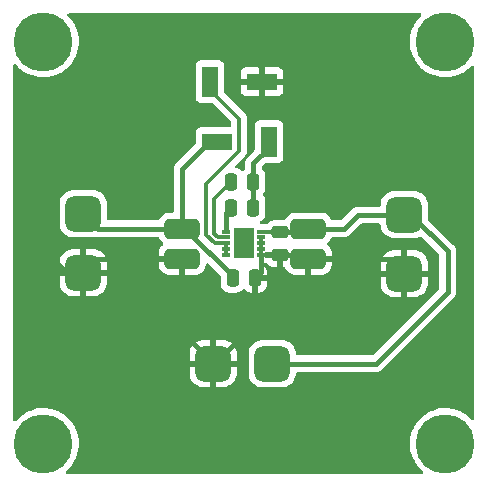
<source format=gtl>
%TF.GenerationSoftware,KiCad,Pcbnew,(6.0.2)*%
%TF.CreationDate,2022-04-05T13:44:54-03:00*%
%TF.ProjectId,EM8900,454d3839-3030-42e6-9b69-6361645f7063,rev?*%
%TF.SameCoordinates,PX5f5e100PY8583b00*%
%TF.FileFunction,Copper,L1,Top*%
%TF.FilePolarity,Positive*%
%FSLAX46Y46*%
G04 Gerber Fmt 4.6, Leading zero omitted, Abs format (unit mm)*
G04 Created by KiCad (PCBNEW (6.0.2)) date 2022-04-05 13:44:54*
%MOMM*%
%LPD*%
G01*
G04 APERTURE LIST*
G04 Aperture macros list*
%AMRoundRect*
4,1,4,2,3,4,5,6,7,8,9,2,3,0*
1,1,$1,$2,$3*
1,1,$1,$2,$3*
1,1,$1,$2,$3*
1,1,$1,$2,$3*
20,1,$1,$2,$3,$4,$5,0*
20,1,$1,$2,$3,$4,$5,0*
20,1,$1,$2,$3,$4,$5,0*
20,1,$1,$2,$3,$4,$5,0*%
G04 Aperture macros list end*
%TA.AperFunction,SMDPad,CuDef*%
%AMCOMP13*
4,1,3,
-0.25,-0.475,
0.25,-0.475,
0.25,0.475,
-0.25,0.475,
0*
4,1,19,
-0.25,-0.22499999999999998,
-0.17274575140626314,-0.2372358709262116,
-0.10305368692688172,-0.27274575140626311,
-0.047745751406263137,-0.32805368692688169,
-0.012235870926211617,-0.39774575140626311,
0,-0.475,
-0.012235870926211589,-0.55225424859373684,
-0.047745751406263137,-0.62194631307311821,
-0.10305368692688169,-0.67725424859373684,
-0.17274575140626314,-0.71276412907378839,
-0.24999999999999997,-0.725,
-0.32725424859373692,-0.71276412907378839,
-0.39694631307311823,-0.67725424859373684,
-0.45225424859373686,-0.62194631307311832,
-0.48776412907378841,-0.55225424859373684,
-0.5,-0.47500000000000003,
-0.48776412907378841,-0.39774575140626317,
-0.45225424859373686,-0.32805368692688175,
-0.39694631307311834,-0.27274575140626311,
-0.32725424859373692,-0.2372358709262116,
0*
4,1,19,
0.25,-0.22499999999999998,
0.32725424859373686,-0.2372358709262116,
0.39694631307311828,-0.27274575140626311,
0.45225424859373686,-0.32805368692688169,
0.48776412907378841,-0.39774575140626311,
0.5,-0.475,
0.48776412907378841,-0.55225424859373684,
0.45225424859373686,-0.62194631307311821,
0.39694631307311834,-0.67725424859373684,
0.32725424859373686,-0.71276412907378839,
0.25000000000000006,-0.725,
0.17274575140626308,-0.71276412907378839,
0.10305368692688174,-0.67725424859373684,
0.047745751406263165,-0.62194631307311832,
0.012235870926211617,-0.55225424859373684,
0,-0.47500000000000003,
0.012235870926211589,-0.39774575140626317,
0.047745751406263109,-0.32805368692688175,
0.10305368692688166,-0.27274575140626311,
0.17274575140626308,-0.2372358709262116,
0*
4,1,19,
0.25,0.725,
0.32725424859373686,0.71276412907378839,
0.39694631307311828,0.67725424859373684,
0.45225424859373686,0.62194631307311821,
0.48776412907378841,0.55225424859373684,
0.5,0.475,
0.48776412907378841,0.39774575140626311,
0.45225424859373686,0.32805368692688175,
0.39694631307311834,0.27274575140626311,
0.32725424859373686,0.2372358709262116,
0.25000000000000006,0.22499999999999998,
0.17274575140626308,0.2372358709262116,
0.10305368692688174,0.27274575140626311,
0.047745751406263165,0.32805368692688164,
0.012235870926211617,0.39774575140626311,
0,0.47499999999999992,
0.012235870926211589,0.55225424859373673,
0.047745751406263109,0.62194631307311821,
0.10305368692688166,0.67725424859373684,
0.17274575140626308,0.71276412907378839,
0*
4,1,19,
-0.25,0.725,
-0.17274575140626314,0.71276412907378839,
-0.10305368692688172,0.67725424859373684,
-0.047745751406263137,0.62194631307311821,
-0.012235870926211617,0.55225424859373684,
0,0.475,
-0.012235870926211589,0.39774575140626311,
-0.047745751406263137,0.32805368692688175,
-0.10305368692688169,0.27274575140626311,
-0.17274575140626314,0.2372358709262116,
-0.24999999999999997,0.22499999999999998,
-0.32725424859373692,0.2372358709262116,
-0.39694631307311823,0.27274575140626311,
-0.45225424859373686,0.32805368692688164,
-0.48776412907378841,0.39774575140626311,
-0.5,0.47499999999999992,
-0.48776412907378841,0.55225424859373673,
-0.45225424859373686,0.62194631307311821,
-0.39694631307311834,0.67725424859373684,
-0.32725424859373692,0.71276412907378839,
0*
4,1,3,
-0.25,-0.725,
-0.24999999999999997,-0.22499999999999998,
0.25,-0.22499999999999998,
0.24999999999999997,-0.725,
0*
4,1,3,
0.5,-0.475,
0,-0.475,
0,0.475,
0.5,0.475,
0*
4,1,3,
0.25,0.725,
0.24999999999999997,0.22499999999999998,
-0.25,0.22499999999999998,
-0.24999999999999997,0.725,
0*
4,1,3,
-0.5,0.475,
0,0.475,
0,-0.475,
-0.5,-0.475,
0*%
%ADD10COMP13,0.25X-0.25X-0.475X0.25X-0.475X0.25X0.475X-0.25X0.475X0*%
%TD*%
%TA.AperFunction,SMDPad,CuDef*%
%AMCOMP14*
4,1,3,
0.475,-0.25,
0.475,0.25,
-0.475,0.25,
-0.475,-0.25,
0*
4,1,19,
0.475,0,
0.55225424859373684,-0.012235870926211617,
0.62194631307311821,-0.047745751406263137,
0.67725424859373684,-0.10305368692688172,
0.71276412907378839,-0.17274575140626314,
0.725,-0.24999999999999997,
0.71276412907378839,-0.32725424859373686,
0.67725424859373684,-0.39694631307311823,
0.62194631307311832,-0.45225424859373686,
0.55225424859373684,-0.48776412907378841,
0.47500000000000003,-0.5,
0.39774575140626306,-0.48776412907378841,
0.32805368692688175,-0.45225424859373686,
0.27274575140626311,-0.39694631307311834,
0.2372358709262116,-0.32725424859373686,
0.22499999999999998,-0.25000000000000006,
0.23723587092621157,-0.17274575140626319,
0.27274575140626311,-0.10305368692688177,
0.32805368692688164,-0.047745751406263165,
0.39774575140626306,-0.012235870926211617,
0*
4,1,19,
0.475,0.5,
0.55225424859373684,0.48776412907378841,
0.62194631307311821,0.45225424859373686,
0.67725424859373684,0.39694631307311828,
0.71276412907378839,0.32725424859373686,
0.725,0.25,
0.71276412907378839,0.17274575140626316,
0.67725424859373684,0.10305368692688174,
0.62194631307311832,0.047745751406263165,
0.55225424859373684,0.012235870926211617,
0.47500000000000003,0,
0.39774575140626306,0.012235870926211617,
0.32805368692688175,0.047745751406263109,
0.27274575140626311,0.10305368692688169,
0.2372358709262116,0.17274575140626311,
0.22499999999999998,0.24999999999999994,
0.23723587092621157,0.32725424859373681,
0.27274575140626311,0.39694631307311823,
0.32805368692688164,0.45225424859373686,
0.39774575140626306,0.48776412907378841,
0*
4,1,19,
-0.475,0.5,
-0.39774575140626311,0.48776412907378841,
-0.32805368692688169,0.45225424859373686,
-0.27274575140626311,0.39694631307311828,
-0.2372358709262116,0.32725424859373686,
-0.22499999999999998,0.25,
-0.23723587092621157,0.17274575140626316,
-0.27274575140626311,0.10305368692688174,
-0.32805368692688164,0.047745751406263165,
-0.39774575140626311,0.012235870926211617,
-0.47499999999999992,0,
-0.552254248593737,0.012235870926211617,
-0.62194631307311821,0.047745751406263109,
-0.67725424859373684,0.10305368692688169,
-0.71276412907378839,0.17274575140626311,
-0.725,0.24999999999999994,
-0.71276412907378839,0.32725424859373681,
-0.67725424859373684,0.39694631307311823,
-0.62194631307311832,0.45225424859373686,
-0.55225424859373684,0.48776412907378841,
0*
4,1,19,
-0.475,0,
-0.39774575140626311,-0.012235870926211617,
-0.32805368692688169,-0.047745751406263137,
-0.27274575140626311,-0.10305368692688172,
-0.2372358709262116,-0.17274575140626314,
-0.22499999999999998,-0.24999999999999997,
-0.23723587092621157,-0.32725424859373686,
-0.27274575140626311,-0.39694631307311823,
-0.32805368692688164,-0.45225424859373686,
-0.39774575140626311,-0.48776412907378841,
-0.47499999999999992,-0.5,
-0.552254248593737,-0.48776412907378841,
-0.62194631307311821,-0.45225424859373686,
-0.67725424859373684,-0.39694631307311834,
-0.71276412907378839,-0.32725424859373686,
-0.725,-0.25000000000000006,
-0.71276412907378839,-0.17274575140626319,
-0.67725424859373684,-0.10305368692688177,
-0.62194631307311832,-0.047745751406263165,
-0.55225424859373684,-0.012235870926211617,
0*
4,1,3,
0.725,-0.25,
0.22499999999999998,-0.24999999999999997,
0.22499999999999998,0.25,
0.725,0.24999999999999997,
0*
4,1,3,
0.475,0.5,
0.475,0,
-0.475,0,
-0.475,0.5,
0*
4,1,3,
-0.725,0.25,
-0.22499999999999998,0.24999999999999997,
-0.22499999999999998,-0.25,
-0.725,-0.24999999999999997,
0*
4,1,3,
-0.475,-0.5,
-0.475,0,
0.475,0,
0.475,-0.5,
0*%
%ADD11COMP14,0.25X0.475X-0.25X0.475X0.25X-0.475X0.25X-0.475X-0.25X0*%
%TD*%
%TA.AperFunction,SMDPad,CuDef*%
%ADD12R,0.8X0.3*%
%TD*%
%TA.AperFunction,SMDPad,CuDef*%
%ADD13R,1.8X2.5*%
%TD*%
%TA.AperFunction,ComponentPad*%
%AMCOMP15*
4,1,3,
-0.75,0.75,
-0.75,-0.75,
0.75,-0.75,
0.75,0.75,
0*
4,1,19,
-0.75,1.5,
-0.51823725421878941,1.4632923872213652,
-0.30916106078064515,1.3567627457812106,
-0.14323725421878941,1.1908389392193548,
-0.036707612778634879,0.98176274578121059,
0,0.75,
-0.036707612778634768,0.51823725421878952,
-0.14323725421878941,0.3091610607806452,
-0.30916106078064509,0.14323725421878952,
-0.51823725421878941,0.036707612778634879,
-0.74999999999999989,0,
-0.98176274578121081,0.036707612778634879,
-1.1908389392193548,0.1432372542187893,
-1.3567627457812104,0.30916106078064509,
-1.4632923872213652,0.5182372542187893,
-1.5,0.74999999999999989,
-1.4632923872213652,0.98176274578121037,
-1.3567627457812108,1.1908389392193546,
-1.190838939219355,1.3567627457812104,
-0.9817627457812107,1.4632923872213652,
0*
4,1,19,
-0.75,0,
-0.51823725421878941,-0.036707612778634879,
-0.30916106078064515,-0.14323725421878941,
-0.14323725421878941,-0.30916106078064515,
-0.036707612778634879,-0.51823725421878941,
0,-0.75,
-0.036707612778634768,-0.98176274578121048,
-0.14323725421878941,-1.1908389392193548,
-0.30916106078064509,-1.3567627457812104,
-0.51823725421878941,-1.4632923872213652,
-0.74999999999999989,-1.5,
-0.98176274578121081,-1.4632923872213652,
-1.1908389392193548,-1.3567627457812108,
-1.3567627457812104,-1.190838939219355,
-1.4632923872213652,-0.9817627457812107,
-1.5,-0.75000000000000011,
-1.4632923872213652,-0.51823725421878963,
-1.3567627457812108,-0.30916106078064531,
-1.190838939219355,-0.14323725421878952,
-0.9817627457812107,-0.036707612778634879,
0*
4,1,19,
0.75,0,
0.98176274578121059,-0.036707612778634879,
1.1908389392193548,-0.14323725421878941,
1.3567627457812106,-0.30916106078064515,
1.4632923872213652,-0.51823725421878941,
1.5,-0.75,
1.4632923872213652,-0.98176274578121048,
1.3567627457812106,-1.1908389392193548,
1.190838939219355,-1.3567627457812104,
0.98176274578121059,-1.4632923872213652,
0.75000000000000011,-1.5,
0.51823725421878919,-1.4632923872213652,
0.3091610607806452,-1.3567627457812108,
0.14323725421878952,-1.190838939219355,
0.036707612778634879,-0.9817627457812107,
0,-0.75000000000000011,
0.036707612778634768,-0.51823725421878963,
0.1432372542187893,-0.30916106078064531,
0.309161060780645,-0.14323725421878952,
0.5182372542187893,-0.036707612778634879,
0*
4,1,19,
0.75,1.5,
0.98176274578121059,1.4632923872213652,
1.1908389392193548,1.3567627457812106,
1.3567627457812106,1.1908389392193548,
1.4632923872213652,0.98176274578121059,
1.5,0.75,
1.4632923872213652,0.51823725421878952,
1.3567627457812106,0.3091610607806452,
1.190838939219355,0.14323725421878952,
0.98176274578121059,0.036707612778634879,
0.75000000000000011,0,
0.51823725421878919,0.036707612778634879,
0.3091610607806452,0.1432372542187893,
0.14323725421878952,0.30916106078064509,
0.036707612778634879,0.5182372542187893,
0,0.74999999999999989,
0.036707612778634768,0.98176274578121037,
0.1432372542187893,1.1908389392193546,
0.309161060780645,1.3567627457812104,
0.5182372542187893,1.4632923872213652,
0*
4,1,3,
-1.5,0.75,
0,0.75,
0,-0.75,
-1.5,-0.75,
0*
4,1,3,
-0.75,-1.5,
-0.75,0,
0.75,0,
0.75,-1.5,
0*
4,1,3,
1.5,-0.75,
0,-0.75,
0,0.75,
1.5,0.75,
0*
4,1,3,
0.75,1.5,
0.75,0,
-0.75,0,
-0.75,1.5,
0*%
%ADD14COMP15,0.75X-0.75X0.75X-0.75X-0.75X0.75X-0.75X0.75X0.75X0*%
%TD*%
%TA.AperFunction,ComponentPad*%
%AMCOMP16*
4,1,3,
-1.075,-0.425,
1.075,-0.425,
1.075,0.425,
-1.075,0.425,
0*
4,1,19,
-1.075,0,
-0.94366777739064733,-0.020800980574559758,
-0.82519126777569884,-0.081167777390647344,
-0.73116777739064731,-0.17519126777569891,
-0.67080098057455972,-0.29366777739064731,
-0.64999999999999991,-0.425,
-0.67080098057455961,-0.55633222260935256,
-0.73116777739064731,-0.674808732224301,
-0.82519126777569884,-0.76883222260935258,
-0.94366777739064722,-0.82919901942544016,
-1.075,-0.85,
-1.2063322226093527,-0.82919901942544016,
-1.324808732224301,-0.76883222260935269,
-1.4188322226093526,-0.674808732224301,
-1.4791990194254403,-0.55633222260935267,
-1.5,-0.42500000000000004,
-1.4791990194254403,-0.29366777739064742,
-1.4188322226093526,-0.17519126777569902,
-1.3248087322243012,-0.0811677773906474,
-1.2063322226093527,-0.020800980574559758,
0*
4,1,19,
1.075,0,
1.2063322226093527,-0.020800980574559758,
1.324808732224301,-0.081167777390647344,
1.4188322226093526,-0.17519126777569891,
1.4791990194254403,-0.29366777739064731,
1.5,-0.425,
1.4791990194254403,-0.55633222260935256,
1.4188322226093526,-0.674808732224301,
1.3248087322243012,-0.76883222260935258,
1.2063322226093527,-0.82919901942544016,
1.075,-0.85,
0.94366777739064722,-0.82919901942544016,
0.825191267775699,-0.76883222260935269,
0.73116777739064731,-0.674808732224301,
0.67080098057455972,-0.55633222260935267,
0.64999999999999991,-0.42500000000000004,
0.67080098057455961,-0.29366777739064742,
0.73116777739064731,-0.17519126777569902,
0.82519126777569873,-0.0811677773906474,
0.94366777739064722,-0.020800980574559758,
0*
4,1,19,
1.075,0.85,
1.2063322226093527,0.82919901942544016,
1.324808732224301,0.76883222260935269,
1.4188322226093526,0.674808732224301,
1.4791990194254403,0.55633222260935267,
1.5,0.425,
1.4791990194254403,0.29366777739064737,
1.4188322226093526,0.17519126777569896,
1.3248087322243012,0.0811677773906474,
1.2063322226093527,0.020800980574559758,
1.075,0,
0.94366777739064722,0.020800980574559758,
0.825191267775699,0.081167777390647289,
0.73116777739064731,0.17519126777569888,
0.67080098057455972,0.29366777739064731,
0.64999999999999991,0.42499999999999993,
0.67080098057455961,0.55633222260935256,
0.73116777739064731,0.67480873222430093,
0.82519126777569873,0.76883222260935258,
0.94366777739064722,0.82919901942544016,
0*
4,1,19,
-1.075,0.85,
-0.94366777739064733,0.82919901942544016,
-0.82519126777569884,0.76883222260935269,
-0.73116777739064731,0.674808732224301,
-0.67080098057455972,0.55633222260935267,
-0.64999999999999991,0.425,
-0.67080098057455961,0.29366777739064737,
-0.73116777739064731,0.17519126777569896,
-0.82519126777569884,0.0811677773906474,
-0.94366777739064722,0.020800980574559758,
-1.075,0,
-1.2063322226093527,0.020800980574559758,
-1.324808732224301,0.081167777390647289,
-1.4188322226093526,0.17519126777569888,
-1.4791990194254403,0.29366777739064731,
-1.5,0.42499999999999993,
-1.4791990194254403,0.55633222260935256,
-1.4188322226093526,0.67480873222430093,
-1.3248087322243012,0.76883222260935258,
-1.2063322226093527,0.82919901942544016,
0*
4,1,3,
-1.075,-0.85,
-1.075,0,
1.075,0,
1.075,-0.85,
0*
4,1,3,
1.5,-0.425,
0.64999999999999991,-0.425,
0.64999999999999991,0.425,
1.5,0.425,
0*
4,1,3,
1.075,0.85,
1.075,0,
-1.075,0,
-1.075,0.85,
0*
4,1,3,
-1.5,0.425,
-0.64999999999999991,0.425,
-0.64999999999999991,-0.425,
-1.5,-0.425,
0*%
%ADD15COMP16,0.425X-1.075X-0.425X1.075X-0.425X1.075X0.425X-1.075X0.425X0*%
%TD*%
%TA.AperFunction,SMDPad,CuDef*%
%ADD16R,1.4X2.6*%
%TD*%
%TA.AperFunction,SMDPad,CuDef*%
%ADD17R,2.6X1.4*%
%TD*%
%TA.AperFunction,ComponentPad*%
%AMCOMP17*
4,1,3,
0.75,-0.75,
0.75,0.75,
-0.75,0.75,
-0.75,-0.75,
0*
4,1,19,
0.75,0,
0.98176274578121059,-0.036707612778634879,
1.1908389392193548,-0.14323725421878941,
1.3567627457812106,-0.30916106078064515,
1.4632923872213652,-0.51823725421878941,
1.5,-0.75,
1.4632923872213652,-0.98176274578121048,
1.3567627457812106,-1.1908389392193548,
1.190838939219355,-1.3567627457812104,
0.98176274578121059,-1.4632923872213652,
0.75000000000000011,-1.5,
0.51823725421878919,-1.4632923872213652,
0.3091610607806452,-1.3567627457812108,
0.14323725421878952,-1.190838939219355,
0.036707612778634879,-0.9817627457812107,
0,-0.75000000000000011,
0.036707612778634768,-0.51823725421878963,
0.1432372542187893,-0.30916106078064531,
0.309161060780645,-0.14323725421878952,
0.5182372542187893,-0.036707612778634879,
0*
4,1,19,
0.75,1.5,
0.98176274578121059,1.4632923872213652,
1.1908389392193548,1.3567627457812106,
1.3567627457812106,1.1908389392193548,
1.4632923872213652,0.98176274578121059,
1.5,0.75,
1.4632923872213652,0.51823725421878952,
1.3567627457812106,0.3091610607806452,
1.190838939219355,0.14323725421878952,
0.98176274578121059,0.036707612778634879,
0.75000000000000011,0,
0.51823725421878919,0.036707612778634879,
0.3091610607806452,0.1432372542187893,
0.14323725421878952,0.30916106078064509,
0.036707612778634879,0.5182372542187893,
0,0.74999999999999989,
0.036707612778634768,0.98176274578121037,
0.1432372542187893,1.1908389392193546,
0.309161060780645,1.3567627457812104,
0.5182372542187893,1.4632923872213652,
0*
4,1,19,
-0.75,1.5,
-0.51823725421878941,1.4632923872213652,
-0.30916106078064515,1.3567627457812106,
-0.14323725421878941,1.1908389392193548,
-0.036707612778634879,0.98176274578121059,
0,0.75,
-0.036707612778634768,0.51823725421878952,
-0.14323725421878941,0.3091610607806452,
-0.30916106078064509,0.14323725421878952,
-0.51823725421878941,0.036707612778634879,
-0.74999999999999989,0,
-0.98176274578121081,0.036707612778634879,
-1.1908389392193548,0.1432372542187893,
-1.3567627457812104,0.30916106078064509,
-1.4632923872213652,0.5182372542187893,
-1.5,0.74999999999999989,
-1.4632923872213652,0.98176274578121037,
-1.3567627457812108,1.1908389392193546,
-1.190838939219355,1.3567627457812104,
-0.9817627457812107,1.4632923872213652,
0*
4,1,19,
-0.75,0,
-0.51823725421878941,-0.036707612778634879,
-0.30916106078064515,-0.14323725421878941,
-0.14323725421878941,-0.30916106078064515,
-0.036707612778634879,-0.51823725421878941,
0,-0.75,
-0.036707612778634768,-0.98176274578121048,
-0.14323725421878941,-1.1908389392193548,
-0.30916106078064509,-1.3567627457812104,
-0.51823725421878941,-1.4632923872213652,
-0.74999999999999989,-1.5,
-0.98176274578121081,-1.4632923872213652,
-1.1908389392193548,-1.3567627457812108,
-1.3567627457812104,-1.190838939219355,
-1.4632923872213652,-0.9817627457812107,
-1.5,-0.75000000000000011,
-1.4632923872213652,-0.51823725421878963,
-1.3567627457812108,-0.30916106078064531,
-1.190838939219355,-0.14323725421878952,
-0.9817627457812107,-0.036707612778634879,
0*
4,1,3,
1.5,-0.75,
0,-0.75,
0,0.75,
1.5,0.75,
0*
4,1,3,
0.75,1.5,
0.75,0,
-0.75,0,
-0.75,1.5,
0*
4,1,3,
-1.5,0.75,
0,0.75,
0,-0.75,
-1.5,-0.75,
0*
4,1,3,
-0.75,-1.5,
-0.75,0,
0.75,0,
0.75,-1.5,
0*%
%ADD18COMP17,0.75X0.75X-0.75X0.75X0.75X-0.75X0.75X-0.75X-0.75X0*%
%TD*%
%TA.AperFunction,SMDPad,CuDef*%
%AMCOMP18*
4,1,3,
0.25,0.475,
-0.25,0.475,
-0.25,-0.475,
0.25,-0.475,
0*
4,1,19,
0.25,0.725,
0.32725424859373686,0.71276412907378839,
0.39694631307311828,0.67725424859373684,
0.45225424859373686,0.62194631307311821,
0.48776412907378841,0.55225424859373684,
0.5,0.475,
0.48776412907378841,0.39774575140626311,
0.45225424859373686,0.32805368692688175,
0.39694631307311834,0.27274575140626311,
0.32725424859373686,0.2372358709262116,
0.25000000000000006,0.22499999999999998,
0.17274575140626308,0.2372358709262116,
0.10305368692688174,0.27274575140626311,
0.047745751406263165,0.32805368692688164,
0.012235870926211617,0.39774575140626311,
0,0.47499999999999992,
0.012235870926211589,0.55225424859373673,
0.047745751406263109,0.62194631307311821,
0.10305368692688166,0.67725424859373684,
0.17274575140626308,0.71276412907378839,
0*
4,1,19,
-0.25,0.725,
-0.17274575140626314,0.71276412907378839,
-0.10305368692688172,0.67725424859373684,
-0.047745751406263137,0.62194631307311821,
-0.012235870926211617,0.55225424859373684,
0,0.475,
-0.012235870926211589,0.39774575140626311,
-0.047745751406263137,0.32805368692688175,
-0.10305368692688169,0.27274575140626311,
-0.17274575140626314,0.2372358709262116,
-0.24999999999999997,0.22499999999999998,
-0.32725424859373692,0.2372358709262116,
-0.39694631307311823,0.27274575140626311,
-0.45225424859373686,0.32805368692688164,
-0.48776412907378841,0.39774575140626311,
-0.5,0.47499999999999992,
-0.48776412907378841,0.55225424859373673,
-0.45225424859373686,0.62194631307311821,
-0.39694631307311834,0.67725424859373684,
-0.32725424859373692,0.71276412907378839,
0*
4,1,19,
-0.25,-0.22499999999999998,
-0.17274575140626314,-0.2372358709262116,
-0.10305368692688172,-0.27274575140626311,
-0.047745751406263137,-0.32805368692688169,
-0.012235870926211617,-0.39774575140626311,
0,-0.475,
-0.012235870926211589,-0.55225424859373684,
-0.047745751406263137,-0.62194631307311821,
-0.10305368692688169,-0.67725424859373684,
-0.17274575140626314,-0.71276412907378839,
-0.24999999999999997,-0.725,
-0.32725424859373692,-0.71276412907378839,
-0.39694631307311823,-0.67725424859373684,
-0.45225424859373686,-0.62194631307311832,
-0.48776412907378841,-0.55225424859373684,
-0.5,-0.47500000000000003,
-0.48776412907378841,-0.39774575140626317,
-0.45225424859373686,-0.32805368692688175,
-0.39694631307311834,-0.27274575140626311,
-0.32725424859373692,-0.2372358709262116,
0*
4,1,19,
0.25,-0.22499999999999998,
0.32725424859373686,-0.2372358709262116,
0.39694631307311828,-0.27274575140626311,
0.45225424859373686,-0.32805368692688169,
0.48776412907378841,-0.39774575140626311,
0.5,-0.475,
0.48776412907378841,-0.55225424859373684,
0.45225424859373686,-0.62194631307311821,
0.39694631307311834,-0.67725424859373684,
0.32725424859373686,-0.71276412907378839,
0.25000000000000006,-0.725,
0.17274575140626308,-0.71276412907378839,
0.10305368692688174,-0.67725424859373684,
0.047745751406263165,-0.62194631307311832,
0.012235870926211617,-0.55225424859373684,
0,-0.47500000000000003,
0.012235870926211589,-0.39774575140626317,
0.047745751406263109,-0.32805368692688175,
0.10305368692688166,-0.27274575140626311,
0.17274575140626308,-0.2372358709262116,
0*
4,1,3,
0.25,0.725,
0.24999999999999997,0.22499999999999998,
-0.25,0.22499999999999998,
-0.24999999999999997,0.725,
0*
4,1,3,
-0.5,0.475,
0,0.475,
0,-0.475,
-0.5,-0.475,
0*
4,1,3,
-0.25,-0.725,
-0.24999999999999997,-0.22499999999999998,
0.25,-0.22499999999999998,
0.24999999999999997,-0.725,
0*
4,1,3,
0.5,-0.475,
0,-0.475,
0,0.475,
0.5,0.475,
0*%
%ADD19COMP18,0.25X0.25X0.475X-0.25X0.475X-0.25X-0.475X0.25X-0.475X0*%
%TD*%
%TA.AperFunction,ComponentPad*%
%AMCOMP19*
4,1,3,
0.75,0.75,
-0.75,0.75,
-0.75,-0.75,
0.75,-0.75,
0*
4,1,19,
0.75,1.5,
0.98176274578121059,1.4632923872213652,
1.1908389392193548,1.3567627457812106,
1.3567627457812106,1.1908389392193548,
1.4632923872213652,0.98176274578121059,
1.5,0.75,
1.4632923872213652,0.51823725421878952,
1.3567627457812106,0.3091610607806452,
1.190838939219355,0.14323725421878952,
0.98176274578121059,0.036707612778634879,
0.75000000000000011,0,
0.51823725421878919,0.036707612778634879,
0.3091610607806452,0.1432372542187893,
0.14323725421878952,0.30916106078064509,
0.036707612778634879,0.5182372542187893,
0,0.74999999999999989,
0.036707612778634768,0.98176274578121037,
0.1432372542187893,1.1908389392193546,
0.309161060780645,1.3567627457812104,
0.5182372542187893,1.4632923872213652,
0*
4,1,19,
-0.75,1.5,
-0.51823725421878941,1.4632923872213652,
-0.30916106078064515,1.3567627457812106,
-0.14323725421878941,1.1908389392193548,
-0.036707612778634879,0.98176274578121059,
0,0.75,
-0.036707612778634768,0.51823725421878952,
-0.14323725421878941,0.3091610607806452,
-0.30916106078064509,0.14323725421878952,
-0.51823725421878941,0.036707612778634879,
-0.74999999999999989,0,
-0.98176274578121081,0.036707612778634879,
-1.1908389392193548,0.1432372542187893,
-1.3567627457812104,0.30916106078064509,
-1.4632923872213652,0.5182372542187893,
-1.5,0.74999999999999989,
-1.4632923872213652,0.98176274578121037,
-1.3567627457812108,1.1908389392193546,
-1.190838939219355,1.3567627457812104,
-0.9817627457812107,1.4632923872213652,
0*
4,1,19,
-0.75,0,
-0.51823725421878941,-0.036707612778634879,
-0.30916106078064515,-0.14323725421878941,
-0.14323725421878941,-0.30916106078064515,
-0.036707612778634879,-0.51823725421878941,
0,-0.75,
-0.036707612778634768,-0.98176274578121048,
-0.14323725421878941,-1.1908389392193548,
-0.30916106078064509,-1.3567627457812104,
-0.51823725421878941,-1.4632923872213652,
-0.74999999999999989,-1.5,
-0.98176274578121081,-1.4632923872213652,
-1.1908389392193548,-1.3567627457812108,
-1.3567627457812104,-1.190838939219355,
-1.4632923872213652,-0.9817627457812107,
-1.5,-0.75000000000000011,
-1.4632923872213652,-0.51823725421878963,
-1.3567627457812108,-0.30916106078064531,
-1.190838939219355,-0.14323725421878952,
-0.9817627457812107,-0.036707612778634879,
0*
4,1,19,
0.75,0,
0.98176274578121059,-0.036707612778634879,
1.1908389392193548,-0.14323725421878941,
1.3567627457812106,-0.30916106078064515,
1.4632923872213652,-0.51823725421878941,
1.5,-0.75,
1.4632923872213652,-0.98176274578121048,
1.3567627457812106,-1.1908389392193548,
1.190838939219355,-1.3567627457812104,
0.98176274578121059,-1.4632923872213652,
0.75000000000000011,-1.5,
0.51823725421878919,-1.4632923872213652,
0.3091610607806452,-1.3567627457812108,
0.14323725421878952,-1.190838939219355,
0.036707612778634879,-0.9817627457812107,
0,-0.75000000000000011,
0.036707612778634768,-0.51823725421878963,
0.1432372542187893,-0.30916106078064531,
0.309161060780645,-0.14323725421878952,
0.5182372542187893,-0.036707612778634879,
0*
4,1,3,
0.75,1.5,
0.75,0,
-0.75,0,
-0.75,1.5,
0*
4,1,3,
-1.5,0.75,
0,0.75,
0,-0.75,
-1.5,-0.75,
0*
4,1,3,
-0.75,-1.5,
-0.75,0,
0.75,0,
0.75,-1.5,
0*
4,1,3,
1.5,-0.75,
0,-0.75,
0,0.75,
1.5,0.75,
0*%
%ADD20COMP19,0.75X0.75X0.75X-0.75X0.75X-0.75X-0.75X0.75X-0.75X0*%
%TD*%
%TA.AperFunction,ComponentPad*%
%ADD21C,5*%
%TD*%
%TA.AperFunction,Conductor*%
%ADD22C,0.4*%
%TD*%
%TA.AperFunction,Conductor*%
%ADD23C,0.3*%
%TD*%
G04 APERTURE END LIST*
D10*
X0000000000Y0000000000D02*
X0018938000Y0023033000D03*
X0020838000Y0023033000D03*
X0018938000Y0025192000D03*
X0020838000Y0025192000D03*
D11*
X0023063000Y0019035000D03*
X0023063000Y0020935000D03*
D12*
X0018500000Y0021000000D03*
X0018500000Y0020500000D03*
X0018500000Y0020000000D03*
X0018500000Y0019500000D03*
X0018500000Y0019000000D03*
X0021500000Y0019000000D03*
X0021500000Y0019500000D03*
X0021500000Y0020000000D03*
X0021500000Y0020500000D03*
X0021500000Y0021000000D03*
D13*
X0020000000Y0020000000D03*
D14*
X0006426000Y0022525000D03*
X0006426000Y0017525000D03*
D15*
X0014808000Y0021255000D03*
X0014808000Y0018715000D03*
X0025476000Y0021255000D03*
X0025476000Y0018715000D03*
D16*
X0022150000Y0028621000D03*
D17*
X0021550000Y0033701000D03*
D16*
X0017150000Y0033701000D03*
D17*
X0017750000Y0028621000D03*
D18*
X0033604000Y0017445000D03*
X0033604000Y0022445000D03*
D19*
X0020965000Y0017064000D03*
X0019065000Y0017064000D03*
D20*
X0022428000Y0009825000D03*
X0017428000Y0009825000D03*
D21*
X0003048000Y0003048000D03*
X0037084000Y0037084000D03*
X0003048000Y0037084000D03*
X0037084000Y0003048000D03*
D22*
X0015062000Y0021255000D02*
X0014808000Y0021255000D01*
X0019065000Y0017064000D02*
X0019065000Y0017252000D01*
X0017094000Y0028621000D02*
X0017750000Y0028621000D01*
X0007696000Y0021255000D02*
X0006426000Y0022525000D01*
X0014808000Y0026335000D02*
X0017094000Y0028621000D01*
X0019065000Y0017252000D02*
X0015062000Y0021255000D01*
X0014808000Y0021255000D02*
X0007696000Y0021255000D01*
X0014808000Y0021255000D02*
X0014808000Y0026335000D01*
X0032334000Y0018715000D02*
X0033604000Y0017445000D01*
X0005076000Y0017525000D02*
X0006426000Y0017525000D01*
X0023190000Y0019035000D02*
X0025029000Y0019035000D01*
X0007616000Y0018715000D02*
X0006426000Y0017525000D01*
X0021500000Y0017599000D02*
X0021500000Y0019000000D01*
X0021550000Y0034833000D02*
X0019634000Y0036749000D01*
X0003124000Y0027351000D02*
X0003124000Y0019477000D01*
X0014808000Y0012492000D02*
X0017475000Y0009825000D01*
X0003124000Y0019477000D02*
X0005076000Y0017525000D01*
X0023155000Y0019000000D02*
X0023190000Y0019035000D01*
D23*
X0021500000Y0020500000D02*
X0021500000Y0019000000D01*
D22*
X0012522000Y0036749000D02*
X0003124000Y0027351000D01*
X0020965000Y0017064000D02*
X0020965000Y0013315000D01*
X0020965000Y0017064000D02*
X0021500000Y0017599000D01*
X0020965000Y0013315000D02*
X0017475000Y0009825000D01*
X0021550000Y0033701000D02*
X0021550000Y0034833000D01*
X0025349000Y0018715000D02*
X0032334000Y0018715000D01*
X0025029000Y0019035000D02*
X0025349000Y0018715000D01*
X0019634000Y0036749000D02*
X0012522000Y0036749000D01*
X0014808000Y0018715000D02*
X0014808000Y0012492000D01*
X0014808000Y0018715000D02*
X0007616000Y0018715000D01*
X0020838000Y0025192000D02*
X0020838000Y0026777000D01*
X0022150000Y0028089000D02*
X0022150000Y0028621000D01*
X0020838000Y0026777000D02*
X0022150000Y0028089000D01*
X0020838000Y0023033000D02*
X0020838000Y0025192000D01*
X0018500000Y0022595000D02*
X0018500000Y0021050001D01*
X0018938000Y0023033000D02*
X0018500000Y0022595000D01*
D23*
X0017475000Y0023729000D02*
X0018938000Y0025192000D01*
X0017800000Y0020500000D02*
X0017475000Y0020825000D01*
X0017475000Y0020825000D02*
X0017475000Y0023729000D01*
X0018500000Y0020500000D02*
X0017800000Y0020500000D01*
D22*
X0022475000Y0009825000D02*
X0031191000Y0009825000D01*
X0037287000Y0019350000D02*
X0034192000Y0022445000D01*
D23*
X0021500000Y0021000000D02*
X0023125000Y0021000000D01*
D22*
X0023190000Y0020935000D02*
X0025029000Y0020935000D01*
X0037287000Y0015921000D02*
X0037287000Y0019350000D01*
X0034192000Y0022445000D02*
X0033604000Y0022445000D01*
X0028524000Y0021255000D02*
X0029667000Y0022398000D01*
X0029667000Y0022398000D02*
X0033557000Y0022398000D01*
X0033557000Y0022398000D02*
X0033604000Y0022445000D01*
X0025029000Y0020935000D02*
X0025349000Y0021255000D01*
X0025349000Y0021255000D02*
X0028524000Y0021255000D01*
D23*
X0023125000Y0021000000D02*
X0023190000Y0020935000D01*
D22*
X0031191000Y0009825000D02*
X0037287000Y0015921000D01*
D23*
X0018500000Y0020000000D02*
X0018500000Y0019000000D01*
X0018500000Y0020000000D02*
X0017592880Y0020000000D01*
X0016840000Y0020752880D02*
X0016840000Y0025065000D01*
X0019634000Y0027859000D02*
X0019634000Y0030526000D01*
X0017150000Y0033009999D02*
X0017150000Y0033701000D01*
X0019634000Y0030526000D02*
X0017150000Y0033009999D01*
X0016840000Y0025065000D02*
X0019634000Y0027859000D01*
X0017592880Y0020000000D02*
X0016840000Y0020752880D01*
%TA.AperFunction,Conductor*%
G36*
X0035000381Y0039471998D02*
G01*
X0035046874Y0039418342D01*
X0035056978Y0039348068D01*
X0035027484Y0039283488D01*
X0035021822Y0039277373D01*
X0034823466Y0039076929D01*
X0034821225Y0039074071D01*
X0034764732Y0039002022D01*
X0034609386Y0038803902D01*
X0034607493Y0038800813D01*
X0034607491Y0038800810D01*
X0034561233Y0038725324D01*
X0034428105Y0038508079D01*
X0034426580Y0038504794D01*
X0034426578Y0038504790D01*
X0034387505Y0038420614D01*
X0034282027Y0038193380D01*
X0034173087Y0037863977D01*
X0034102730Y0037524236D01*
X0034071888Y0037178659D01*
X0034071983Y0037175029D01*
X0034071983Y0037175028D01*
X0034074367Y0037084000D01*
X0034080970Y0036831829D01*
X0034129856Y0036488340D01*
X0034217897Y0036152747D01*
X0034343927Y0035829497D01*
X0034345624Y0035826292D01*
X0034479113Y0035574175D01*
X0034506275Y0035522874D01*
X0034508325Y0035519891D01*
X0034508327Y0035519888D01*
X0034700733Y0035239936D01*
X0034700739Y0035239929D01*
X0034702790Y0035236944D01*
X0034705178Y0035234207D01*
X0034908597Y0035001023D01*
X0034930866Y0034975495D01*
X0034933551Y0034973052D01*
X0035143268Y0034782225D01*
X0035187481Y0034741994D01*
X0035469233Y0034539534D01*
X0035772388Y0034370800D01*
X0036092928Y0034238028D01*
X0036096422Y0034237033D01*
X0036096424Y0034237032D01*
X0036423103Y0034143975D01*
X0036423108Y0034143974D01*
X0036426604Y0034142978D01*
X0036623304Y0034110767D01*
X0036765412Y0034087496D01*
X0036765419Y0034087495D01*
X0036768993Y0034086910D01*
X0036942275Y0034078738D01*
X0037111931Y0034070737D01*
X0037111932Y0034070737D01*
X0037115558Y0034070566D01*
X0037124415Y0034071170D01*
X0037458073Y0034093916D01*
X0037458081Y0034093917D01*
X0037461704Y0034094164D01*
X0037465279Y0034094827D01*
X0037465282Y0034094827D01*
X0037799279Y0034156730D01*
X0037799283Y0034156731D01*
X0037802844Y0034157391D01*
X0038134456Y0034259408D01*
X0038452145Y0034398864D01*
X0038543909Y0034452486D01*
X0038748560Y0034572074D01*
X0038748562Y0034572075D01*
X0038751700Y0034573909D01*
X0038859236Y0034654649D01*
X0039026244Y0034780042D01*
X0039026248Y0034780045D01*
X0039029151Y0034782225D01*
X0039259715Y0035001023D01*
X0039279267Y0035019577D01*
X0039342449Y0035051959D01*
X0039413108Y0035045043D01*
X0039468810Y0035001023D01*
X0039492000Y0034928180D01*
X0039492000Y0005197102D01*
X0039471998Y0005128981D01*
X0039418342Y0005082488D01*
X0039348068Y0005072384D01*
X0039283488Y0005101878D01*
X0039273712Y0005111319D01*
X0039169842Y0005223096D01*
X0038906019Y0005448422D01*
X0038618047Y0005641931D01*
X0038309741Y0005801060D01*
X0037985189Y0005923698D01*
X0037981668Y0005924582D01*
X0037981663Y0005924584D01*
X0037820378Y0005965096D01*
X0037648692Y0006008220D01*
X0037626476Y0006011145D01*
X0037308315Y0006053032D01*
X0037308307Y0006053033D01*
X0037304711Y0006053506D01*
X0037160045Y0006055779D01*
X0036961446Y0006058899D01*
X0036961442Y0006058899D01*
X0036957804Y0006058956D01*
X0036954190Y0006058595D01*
X0036954184Y0006058595D01*
X0036710843Y0006034306D01*
X0036612569Y0006024497D01*
X0036273583Y0005950586D01*
X0036270156Y0005949413D01*
X0036270150Y0005949411D01*
X0036191296Y0005922413D01*
X0035945339Y0005838203D01*
X0035632188Y0005688837D01*
X0035338279Y0005504468D01*
X0035335443Y0005502196D01*
X0035335436Y0005502191D01*
X0035091384Y0005306668D01*
X0035067509Y0005287541D01*
X0034823466Y0005040929D01*
X0034821225Y0005038071D01*
X0034764732Y0004966022D01*
X0034609386Y0004767902D01*
X0034607493Y0004764813D01*
X0034607491Y0004764810D01*
X0034561233Y0004689324D01*
X0034428105Y0004472079D01*
X0034426580Y0004468794D01*
X0034426578Y0004468790D01*
X0034387505Y0004384614D01*
X0034282027Y0004157380D01*
X0034173087Y0003827977D01*
X0034102730Y0003488236D01*
X0034071888Y0003142659D01*
X0034071983Y0003139029D01*
X0034071983Y0003139028D01*
X0034074367Y0003048000D01*
X0034080970Y0002795829D01*
X0034129856Y0002452340D01*
X0034217897Y0002116747D01*
X0034343927Y0001793497D01*
X0034345624Y0001790292D01*
X0034479113Y0001538175D01*
X0034506275Y0001486874D01*
X0034508325Y0001483891D01*
X0034508327Y0001483888D01*
X0034700733Y0001203936D01*
X0034700739Y0001203929D01*
X0034702790Y0001200944D01*
X0034705178Y0001198207D01*
X0034908597Y0000965023D01*
X0034930866Y0000939495D01*
X0035164184Y0000727193D01*
X0035201105Y0000666553D01*
X0035199382Y0000595578D01*
X0035159560Y0000536801D01*
X0035094282Y0000508884D01*
X0035079383Y0000508000D01*
X0005053534Y0000508000D01*
X0004985413Y0000528002D01*
X0004938920Y0000581658D01*
X0004928816Y0000651932D01*
X0004958310Y0000716512D01*
X0004977881Y0000734760D01*
X0004990244Y0000744042D01*
X0004990248Y0000744045D01*
X0004993151Y0000746225D01*
X0005244819Y0000985050D01*
X0005467370Y0001251217D01*
X0005657853Y0001541201D01*
X0005786446Y0001796879D01*
X0005812117Y0001847920D01*
X0005812120Y0001847928D01*
X0005813744Y0001851156D01*
X0005932977Y0002176974D01*
X0005933822Y0002180496D01*
X0005933825Y0002180504D01*
X0006013124Y0002510809D01*
X0006013125Y0002510813D01*
X0006013971Y0002514338D01*
X0006048035Y0002795829D01*
X0006055316Y0002855996D01*
X0006055316Y0002856003D01*
X0006055652Y0002858775D01*
X0006061599Y0003048000D01*
X0006061438Y0003050796D01*
X0006041836Y0003390754D01*
X0006041835Y0003390759D01*
X0006041627Y0003394374D01*
X0005981976Y0003736158D01*
X0005883437Y0004068819D01*
X0005747316Y0004387952D01*
X0005697569Y0004475169D01*
X0005577208Y0004686184D01*
X0005575417Y0004689324D01*
X0005370018Y0004968940D01*
X0005133842Y0005223096D01*
X0004870019Y0005448422D01*
X0004582047Y0005641931D01*
X0004273741Y0005801060D01*
X0003949189Y0005923698D01*
X0003945668Y0005924582D01*
X0003945663Y0005924584D01*
X0003784378Y0005965096D01*
X0003612692Y0006008220D01*
X0003590476Y0006011145D01*
X0003272315Y0006053032D01*
X0003272307Y0006053033D01*
X0003268711Y0006053506D01*
X0003124045Y0006055779D01*
X0002925446Y0006058899D01*
X0002925442Y0006058899D01*
X0002921804Y0006058956D01*
X0002918190Y0006058595D01*
X0002918184Y0006058595D01*
X0002674843Y0006034306D01*
X0002576569Y0006024497D01*
X0002237583Y0005950586D01*
X0002234156Y0005949413D01*
X0002234150Y0005949411D01*
X0002155296Y0005922413D01*
X0001909339Y0005838203D01*
X0001596188Y0005688837D01*
X0001302279Y0005504468D01*
X0001299443Y0005502196D01*
X0001299436Y0005502191D01*
X0001055384Y0005306668D01*
X0001031509Y0005287541D01*
X0000787466Y0005040929D01*
X0000785225Y0005038071D01*
X0000733154Y0004971662D01*
X0000675381Y0004930397D01*
X0000604470Y0004926917D01*
X0000542934Y0004962328D01*
X0000510310Y0005025385D01*
X0000508000Y0005049408D01*
X0000508000Y0009015039D01*
X0015420001Y0009015039D01*
X0015420209Y0009009929D01*
X0015431082Y0008876233D01*
X0015432852Y0008865680D01*
X0015485967Y0008658815D01*
X0015489701Y0008648269D01*
X0015578510Y0008454295D01*
X0015584046Y0008444588D01*
X0015705803Y0008269403D01*
X0015712976Y0008260823D01*
X0015863824Y0008109976D01*
X0015872403Y0008102803D01*
X0016047588Y0007981046D01*
X0016057295Y0007975510D01*
X0016251269Y0007886701D01*
X0016261814Y0007882967D01*
X0016468679Y0007829853D01*
X0016479234Y0007828082D01*
X0016612929Y0007817207D01*
X0016618036Y0007817000D01*
X0017155885Y0007817000D01*
X0017171124Y0007821475D01*
X0017172329Y0007822865D01*
X0017174000Y0007830548D01*
X0017174000Y0007835116D01*
X0017682000Y0007835116D01*
X0017686475Y0007819877D01*
X0017687865Y0007818672D01*
X0017695548Y0007817001D01*
X0018237961Y0007817001D01*
X0018243071Y0007817209D01*
X0018376767Y0007828082D01*
X0018387320Y0007829852D01*
X0018594185Y0007882967D01*
X0018604731Y0007886701D01*
X0018798705Y0007975510D01*
X0018808412Y0007981046D01*
X0018983597Y0008102803D01*
X0018992176Y0008109976D01*
X0019143024Y0008260823D01*
X0019150197Y0008269403D01*
X0019271954Y0008444588D01*
X0019277490Y0008454295D01*
X0019366299Y0008648269D01*
X0019370033Y0008658815D01*
X0019423147Y0008865679D01*
X0019424918Y0008876234D01*
X0019435793Y0009009930D01*
X0019436000Y0009015036D01*
X0019436000Y0009552885D01*
X0019431525Y0009568124D01*
X0019430135Y0009569329D01*
X0019422452Y0009571000D01*
X0017700115Y0009571000D01*
X0017684876Y0009566525D01*
X0017683671Y0009565135D01*
X0017682000Y0009557452D01*
X0017682000Y0007835116D01*
X0017174000Y0007835116D01*
X0017174000Y0009552885D01*
X0017169525Y0009568124D01*
X0017168135Y0009569329D01*
X0017160452Y0009571000D01*
X0015438116Y0009571000D01*
X0015422877Y0009566525D01*
X0015421672Y0009565135D01*
X0015420001Y0009557452D01*
X0015420001Y0009015039D01*
X0000508000Y0009015039D01*
X0000508000Y0010097115D01*
X0015420000Y0010097115D01*
X0015424475Y0010081876D01*
X0015425865Y0010080671D01*
X0015433548Y0010079000D01*
X0017155885Y0010079000D01*
X0017171124Y0010083475D01*
X0017172329Y0010084865D01*
X0017174000Y0010092548D01*
X0017174000Y0010097115D01*
X0017682000Y0010097115D01*
X0017686475Y0010081876D01*
X0017687865Y0010080671D01*
X0017695548Y0010079000D01*
X0019417884Y0010079000D01*
X0019433123Y0010083475D01*
X0019434328Y0010084865D01*
X0019435999Y0010092548D01*
X0019435999Y0010634961D01*
X0019435791Y0010640071D01*
X0019424918Y0010773767D01*
X0019423148Y0010784320D01*
X0019370033Y0010991185D01*
X0019366299Y0011001731D01*
X0019277490Y0011195705D01*
X0019271954Y0011205412D01*
X0019150197Y0011380597D01*
X0019143024Y0011389176D01*
X0018992176Y0011540024D01*
X0018983597Y0011547197D01*
X0018808412Y0011668954D01*
X0018798705Y0011674490D01*
X0018604731Y0011763299D01*
X0018594185Y0011767033D01*
X0018387321Y0011820147D01*
X0018376766Y0011821918D01*
X0018243070Y0011832793D01*
X0018237964Y0011833000D01*
X0017700115Y0011833000D01*
X0017684876Y0011828525D01*
X0017683671Y0011827135D01*
X0017682000Y0011819452D01*
X0017682000Y0010097115D01*
X0017174000Y0010097115D01*
X0017174000Y0011814884D01*
X0017169525Y0011830123D01*
X0017168135Y0011831328D01*
X0017160452Y0011832999D01*
X0016618039Y0011832999D01*
X0016612929Y0011832791D01*
X0016479233Y0011821918D01*
X0016468680Y0011820148D01*
X0016261814Y0011767033D01*
X0016251269Y0011763299D01*
X0016057295Y0011674490D01*
X0016047588Y0011668954D01*
X0015872403Y0011547197D01*
X0015863824Y0011540024D01*
X0015712976Y0011389176D01*
X0015705803Y0011380597D01*
X0015584046Y0011205412D01*
X0015578510Y0011195705D01*
X0015489701Y0011001731D01*
X0015485967Y0010991185D01*
X0015432853Y0010784321D01*
X0015431082Y0010773766D01*
X0015420207Y0010640070D01*
X0015420000Y0010634964D01*
X0015420000Y0010097115D01*
X0000508000Y0010097115D01*
X0000508000Y0016715039D01*
X0004418001Y0016715039D01*
X0004418209Y0016709928D01*
X0004429082Y0016576232D01*
X0004430852Y0016565680D01*
X0004483967Y0016358815D01*
X0004487701Y0016348268D01*
X0004576510Y0016154295D01*
X0004582046Y0016144587D01*
X0004703803Y0015969403D01*
X0004710976Y0015960824D01*
X0004861824Y0015809976D01*
X0004870403Y0015802803D01*
X0005045588Y0015681046D01*
X0005055295Y0015675510D01*
X0005249269Y0015586701D01*
X0005259815Y0015582967D01*
X0005466679Y0015529853D01*
X0005477234Y0015528082D01*
X0005610930Y0015517207D01*
X0005616036Y0015517000D01*
X0006153885Y0015517000D01*
X0006169124Y0015521475D01*
X0006170329Y0015522865D01*
X0006172000Y0015530548D01*
X0006172000Y0015535116D01*
X0006680000Y0015535116D01*
X0006684475Y0015519877D01*
X0006685865Y0015518672D01*
X0006693548Y0015517001D01*
X0007235961Y0015517001D01*
X0007241071Y0015517209D01*
X0007374767Y0015528082D01*
X0007385320Y0015529852D01*
X0007592185Y0015582967D01*
X0007602731Y0015586701D01*
X0007796705Y0015675510D01*
X0007806412Y0015681046D01*
X0007981597Y0015802803D01*
X0007990176Y0015809976D01*
X0008141024Y0015960824D01*
X0008148197Y0015969403D01*
X0008269954Y0016144587D01*
X0008275490Y0016154295D01*
X0008364299Y0016348268D01*
X0008368033Y0016358815D01*
X0008421147Y0016565679D01*
X0008422918Y0016576234D01*
X0008433793Y0016709930D01*
X0008434000Y0016715036D01*
X0008434000Y0017252885D01*
X0008429525Y0017268124D01*
X0008428135Y0017269329D01*
X0008420452Y0017271000D01*
X0006698115Y0017271000D01*
X0006682876Y0017266525D01*
X0006681671Y0017265135D01*
X0006680000Y0017257452D01*
X0006680000Y0015535116D01*
X0006172000Y0015535116D01*
X0006172000Y0017252885D01*
X0006167525Y0017268124D01*
X0006166135Y0017269329D01*
X0006158452Y0017271000D01*
X0004436116Y0017271000D01*
X0004420877Y0017266525D01*
X0004419672Y0017265135D01*
X0004418001Y0017257452D01*
X0004418001Y0016715039D01*
X0000508000Y0016715039D01*
X0000508000Y0017797115D01*
X0004418000Y0017797115D01*
X0004422475Y0017781876D01*
X0004423865Y0017780671D01*
X0004431548Y0017779000D01*
X0006153885Y0017779000D01*
X0006169124Y0017783475D01*
X0006170329Y0017784865D01*
X0006172000Y0017792548D01*
X0006172000Y0017797115D01*
X0006680000Y0017797115D01*
X0006684475Y0017781876D01*
X0006685865Y0017780671D01*
X0006693548Y0017779000D01*
X0008415884Y0017779000D01*
X0008431123Y0017783475D01*
X0008432328Y0017784865D01*
X0008433999Y0017792548D01*
X0008433999Y0018227175D01*
X0012800001Y0018227175D01*
X0012800195Y0018222244D01*
X0012805958Y0018148997D01*
X0012807905Y0018137668D01*
X0012855464Y0017960175D01*
X0012860168Y0017947921D01*
X0012943214Y0017784934D01*
X0012950364Y0017773923D01*
X0013065485Y0017631762D01*
X0013074762Y0017622485D01*
X0013216923Y0017507364D01*
X0013227934Y0017500214D01*
X0013390921Y0017417168D01*
X0013403175Y0017412464D01*
X0013580666Y0017364905D01*
X0013591999Y0017362958D01*
X0013665246Y0017357193D01*
X0013670172Y0017357000D01*
X0014535885Y0017357000D01*
X0014551124Y0017361475D01*
X0014552329Y0017362865D01*
X0014554000Y0017370548D01*
X0014554000Y0018442885D01*
X0014549525Y0018458124D01*
X0014548135Y0018459329D01*
X0014540452Y0018461000D01*
X0012818116Y0018461000D01*
X0012802877Y0018456525D01*
X0012801672Y0018455135D01*
X0012800001Y0018447452D01*
X0012800001Y0018227175D01*
X0008433999Y0018227175D01*
X0008433999Y0018334961D01*
X0008433791Y0018340071D01*
X0008422918Y0018473767D01*
X0008421148Y0018484320D01*
X0008368033Y0018691185D01*
X0008364299Y0018701731D01*
X0008275490Y0018895705D01*
X0008269954Y0018905412D01*
X0008148197Y0019080597D01*
X0008141024Y0019089176D01*
X0007990176Y0019240024D01*
X0007981597Y0019247197D01*
X0007806412Y0019368954D01*
X0007796705Y0019374490D01*
X0007602731Y0019463299D01*
X0007592185Y0019467033D01*
X0007385321Y0019520147D01*
X0007374766Y0019521918D01*
X0007241070Y0019532793D01*
X0007235964Y0019533000D01*
X0006698115Y0019533000D01*
X0006682876Y0019528525D01*
X0006681671Y0019527135D01*
X0006680000Y0019519452D01*
X0006680000Y0017797115D01*
X0006172000Y0017797115D01*
X0006172000Y0019514884D01*
X0006167525Y0019530123D01*
X0006166135Y0019531328D01*
X0006158452Y0019532999D01*
X0005616039Y0019532999D01*
X0005610929Y0019532791D01*
X0005477233Y0019521918D01*
X0005466680Y0019520148D01*
X0005259815Y0019467033D01*
X0005249269Y0019463299D01*
X0005055295Y0019374490D01*
X0005045588Y0019368954D01*
X0004870403Y0019247197D01*
X0004861824Y0019240024D01*
X0004710976Y0019089176D01*
X0004703803Y0019080597D01*
X0004582046Y0018905412D01*
X0004576510Y0018895705D01*
X0004487701Y0018701731D01*
X0004483967Y0018691185D01*
X0004430853Y0018484321D01*
X0004429082Y0018473766D01*
X0004418207Y0018340070D01*
X0004418000Y0018334964D01*
X0004418000Y0017797115D01*
X0000508000Y0017797115D01*
X0000508000Y0021712458D01*
X0004417500Y0021712458D01*
X0004417707Y0021709918D01*
X0004417707Y0021709908D01*
X0004421889Y0021658500D01*
X0004429022Y0021570800D01*
X0004484890Y0021353206D01*
X0004578409Y0021148945D01*
X0004706620Y0020964473D01*
X0004865473Y0020805620D01*
X0004974865Y0020729591D01*
X0005043931Y0020681589D01*
X0005049945Y0020677409D01*
X0005254206Y0020583890D01*
X0005259638Y0020582495D01*
X0005259639Y0020582495D01*
X0005416288Y0020542275D01*
X0005471800Y0020528022D01*
X0005525705Y0020523638D01*
X0005610908Y0020516707D01*
X0005610918Y0020516707D01*
X0005613458Y0020516500D01*
X0007238542Y0020516500D01*
X0007241082Y0020516707D01*
X0007241092Y0020516707D01*
X0007301197Y0020521596D01*
X0007380200Y0020528022D01*
X0007385396Y0020529356D01*
X0007495376Y0020557593D01*
X0007543154Y0020560473D01*
X0007581859Y0020555378D01*
X0007588377Y0020554346D01*
X0007626770Y0020547230D01*
X0007651186Y0020542705D01*
X0007658766Y0020543142D01*
X0007658767Y0020543142D01*
X0007713380Y0020546291D01*
X0007720633Y0020546500D01*
X0012752546Y0020546500D01*
X0012820667Y0020526498D01*
X0012864812Y0020477704D01*
X0012945789Y0020318779D01*
X0013069280Y0020166280D01*
X0013172620Y0020082597D01*
X0013212970Y0020024185D01*
X0013215336Y0019953228D01*
X0013178963Y0019892256D01*
X0013172619Y0019886759D01*
X0013074762Y0019807515D01*
X0013065485Y0019798238D01*
X0012950364Y0019656077D01*
X0012943214Y0019645066D01*
X0012860168Y0019482079D01*
X0012855464Y0019469825D01*
X0012807905Y0019292334D01*
X0012805958Y0019281001D01*
X0012800193Y0019207754D01*
X0012800000Y0019202827D01*
X0012800000Y0018987115D01*
X0012804475Y0018971876D01*
X0012805865Y0018970671D01*
X0012813548Y0018969000D01*
X0014936000Y0018969000D01*
X0015004121Y0018948998D01*
X0015050614Y0018895342D01*
X0015062000Y0018843000D01*
X0015062000Y0017375116D01*
X0015066475Y0017359877D01*
X0015067865Y0017358672D01*
X0015075548Y0017357001D01*
X0015945825Y0017357001D01*
X0015950756Y0017357195D01*
X0016024003Y0017362958D01*
X0016035332Y0017364905D01*
X0016212824Y0017412464D01*
X0016225079Y0017417168D01*
X0016388065Y0017500214D01*
X0016399076Y0017507364D01*
X0016541238Y0017622485D01*
X0016550515Y0017631762D01*
X0016665636Y0017773923D01*
X0016672785Y0017784934D01*
X0016755832Y0017947921D01*
X0016760535Y0017960175D01*
X0016808095Y0018137666D01*
X0016810042Y0018148999D01*
X0016814571Y0018206543D01*
X0016839857Y0018272885D01*
X0016896995Y0018315024D01*
X0016967845Y0018319583D01*
X0017029278Y0018285752D01*
X0018019595Y0017295435D01*
X0018053621Y0017233123D01*
X0018056500Y0017206340D01*
X0018056500Y0016538599D01*
X0018056837Y0016535354D01*
X0018056837Y0016535350D01*
X0018066618Y0016441085D01*
X0018067474Y0016432834D01*
X0018123450Y0016265054D01*
X0018216522Y0016114652D01*
X0018341697Y0015989695D01*
X0018347927Y0015985855D01*
X0018347928Y0015985854D01*
X0018485288Y0015901184D01*
X0018492262Y0015896885D01*
X0018514820Y0015889403D01*
X0018653611Y0015843368D01*
X0018653613Y0015843368D01*
X0018660139Y0015841203D01*
X0018666975Y0015840503D01*
X0018666978Y0015840502D01*
X0018710031Y0015836091D01*
X0018764600Y0015830500D01*
X0019365400Y0015830500D01*
X0019368646Y0015830837D01*
X0019368650Y0015830837D01*
X0019464308Y0015840762D01*
X0019464312Y0015840763D01*
X0019471166Y0015841474D01*
X0019477702Y0015843655D01*
X0019477704Y0015843655D01*
X0019614826Y0015889403D01*
X0019638946Y0015897450D01*
X0019789348Y0015990522D01*
X0019914305Y0016115697D01*
X0019917102Y0016120235D01*
X0019974353Y0016160824D01*
X0020045276Y0016164054D01*
X0020106687Y0016128428D01*
X0020114062Y0016119931D01*
X0020122098Y0016109793D01*
X0020236829Y0015995261D01*
X0020248240Y0015986249D01*
X0020386243Y0015901184D01*
X0020399424Y0015895037D01*
X0020553710Y0015843862D01*
X0020567086Y0015840995D01*
X0020661438Y0015831328D01*
X0020667854Y0015831000D01*
X0020692885Y0015831000D01*
X0020708124Y0015835475D01*
X0020709329Y0015836865D01*
X0020711000Y0015844548D01*
X0020711000Y0015849116D01*
X0021219000Y0015849116D01*
X0021223475Y0015833877D01*
X0021224865Y0015832672D01*
X0021232548Y0015831001D01*
X0021262095Y0015831001D01*
X0021268614Y0015831338D01*
X0021364206Y0015841257D01*
X0021377600Y0015844149D01*
X0021531784Y0015895588D01*
X0021544962Y0015901761D01*
X0021682807Y0015987063D01*
X0021694208Y0015996099D01*
X0021808739Y0016110828D01*
X0021817751Y0016122240D01*
X0021902816Y0016260243D01*
X0021908963Y0016273423D01*
X0021960138Y0016427710D01*
X0021963005Y0016441085D01*
X0021972672Y0016535438D01*
X0021973000Y0016541854D01*
X0021973000Y0016635038D01*
X0031596001Y0016635038D01*
X0031596209Y0016629929D01*
X0031607082Y0016496233D01*
X0031608852Y0016485679D01*
X0031661967Y0016278815D01*
X0031665701Y0016268269D01*
X0031754510Y0016074295D01*
X0031760046Y0016064588D01*
X0031881803Y0015889403D01*
X0031888976Y0015880824D01*
X0032039824Y0015729976D01*
X0032048403Y0015722803D01*
X0032223588Y0015601046D01*
X0032233295Y0015595510D01*
X0032427269Y0015506701D01*
X0032437815Y0015502967D01*
X0032644678Y0015449853D01*
X0032655234Y0015448082D01*
X0032788930Y0015437207D01*
X0032794036Y0015437000D01*
X0033331885Y0015437000D01*
X0033347124Y0015441475D01*
X0033348329Y0015442865D01*
X0033350000Y0015450548D01*
X0033350000Y0015455116D01*
X0033858000Y0015455116D01*
X0033862475Y0015439877D01*
X0033863865Y0015438672D01*
X0033871548Y0015437001D01*
X0034413961Y0015437001D01*
X0034419071Y0015437209D01*
X0034552767Y0015448082D01*
X0034563320Y0015449852D01*
X0034770185Y0015502967D01*
X0034780731Y0015506701D01*
X0034974705Y0015595510D01*
X0034984412Y0015601046D01*
X0035159597Y0015722803D01*
X0035168176Y0015729976D01*
X0035319024Y0015880824D01*
X0035326197Y0015889403D01*
X0035447954Y0016064588D01*
X0035453490Y0016074295D01*
X0035542299Y0016268269D01*
X0035546033Y0016278815D01*
X0035599147Y0016485679D01*
X0035600918Y0016496234D01*
X0035611793Y0016629930D01*
X0035612000Y0016635036D01*
X0035612000Y0017172885D01*
X0035607525Y0017188124D01*
X0035606135Y0017189329D01*
X0035598452Y0017191000D01*
X0033876115Y0017191000D01*
X0033860876Y0017186525D01*
X0033859671Y0017185135D01*
X0033858000Y0017177452D01*
X0033858000Y0015455116D01*
X0033350000Y0015455116D01*
X0033350000Y0017172885D01*
X0033345525Y0017188124D01*
X0033344135Y0017189329D01*
X0033336452Y0017191000D01*
X0031614116Y0017191000D01*
X0031598877Y0017186525D01*
X0031597672Y0017185135D01*
X0031596001Y0017177452D01*
X0031596001Y0016635038D01*
X0021973000Y0016635038D01*
X0021973000Y0016791885D01*
X0021968525Y0016807124D01*
X0021967135Y0016808329D01*
X0021959452Y0016810000D01*
X0021237115Y0016810000D01*
X0021221876Y0016805525D01*
X0021220671Y0016804135D01*
X0021219000Y0016796452D01*
X0021219000Y0015849116D01*
X0020711000Y0015849116D01*
X0020711000Y0017192000D01*
X0020731002Y0017260121D01*
X0020784658Y0017306614D01*
X0020837000Y0017318000D01*
X0021954884Y0017318000D01*
X0021970123Y0017322475D01*
X0021971328Y0017323865D01*
X0021972999Y0017331548D01*
X0021972999Y0017586095D01*
X0021972662Y0017592614D01*
X0021962743Y0017688206D01*
X0021959851Y0017701600D01*
X0021908412Y0017855784D01*
X0021902239Y0017868962D01*
X0021816937Y0018006807D01*
X0021807901Y0018018208D01*
X0021699092Y0018126828D01*
X0021665013Y0018189111D01*
X0021670016Y0018259931D01*
X0021712513Y0018316804D01*
X0021779012Y0018341672D01*
X0021788110Y0018342001D01*
X0021906700Y0018342001D01*
X0021974821Y0018321999D01*
X0021995718Y0018305174D01*
X0022109829Y0018191261D01*
X0022121240Y0018182249D01*
X0022259243Y0018097184D01*
X0022272424Y0018091037D01*
X0022426710Y0018039862D01*
X0022440086Y0018036995D01*
X0022534438Y0018027328D01*
X0022540854Y0018027000D01*
X0022790885Y0018027000D01*
X0022806124Y0018031475D01*
X0022807329Y0018032865D01*
X0022809000Y0018040548D01*
X0022809000Y0018762885D01*
X0022804525Y0018778124D01*
X0022803135Y0018779329D01*
X0022795452Y0018781000D01*
X0021899263Y0018781000D01*
X0021831142Y0018801002D01*
X0021808208Y0018827470D01*
X0021784135Y0018848329D01*
X0021776452Y0018850000D01*
X0021668115Y0018850000D01*
X0021652877Y0018845526D01*
X0021652844Y0018845488D01*
X0021593118Y0018807104D01*
X0021557619Y0018802000D01*
X0021534500Y0018802000D01*
X0021466379Y0018822002D01*
X0021419886Y0018875658D01*
X0021408500Y0018928000D01*
X0021408500Y0019114240D01*
X0021428502Y0019182361D01*
X0021482158Y0019228854D01*
X0021552432Y0019238958D01*
X0021617012Y0019209464D01*
X0021652003Y0019155018D01*
X0021655865Y0019151671D01*
X0021663548Y0019150000D01*
X0021771885Y0019150000D01*
X0021787124Y0019154475D01*
X0021788329Y0019155865D01*
X0021792879Y0019176783D01*
X0021793977Y0019176544D01*
X0021810002Y0019231121D01*
X0021863658Y0019277614D01*
X0021916000Y0019289000D01*
X0023191000Y0019289000D01*
X0023259121Y0019268998D01*
X0023305614Y0019215342D01*
X0023317000Y0019163000D01*
X0023317000Y0018045116D01*
X0023321475Y0018029877D01*
X0023322865Y0018028672D01*
X0023330548Y0018027001D01*
X0023411215Y0018027001D01*
X0023479336Y0018006999D01*
X0023525829Y0017953343D01*
X0023527812Y0017948620D01*
X0023611214Y0017784934D01*
X0023618364Y0017773923D01*
X0023733485Y0017631762D01*
X0023742762Y0017622485D01*
X0023884923Y0017507364D01*
X0023895934Y0017500214D01*
X0024058921Y0017417168D01*
X0024071175Y0017412464D01*
X0024248666Y0017364905D01*
X0024259999Y0017362958D01*
X0024333246Y0017357193D01*
X0024338172Y0017357000D01*
X0025203885Y0017357000D01*
X0025219124Y0017361475D01*
X0025220329Y0017362865D01*
X0025222000Y0017370548D01*
X0025222000Y0017375116D01*
X0025730000Y0017375116D01*
X0025734475Y0017359877D01*
X0025735865Y0017358672D01*
X0025743548Y0017357001D01*
X0026613825Y0017357001D01*
X0026618756Y0017357195D01*
X0026692003Y0017362958D01*
X0026703332Y0017364905D01*
X0026880825Y0017412464D01*
X0026893079Y0017417168D01*
X0027056066Y0017500214D01*
X0027067077Y0017507364D01*
X0027209238Y0017622485D01*
X0027218515Y0017631762D01*
X0027287633Y0017717115D01*
X0031596000Y0017717115D01*
X0031600475Y0017701876D01*
X0031601865Y0017700671D01*
X0031609548Y0017699000D01*
X0033331885Y0017699000D01*
X0033347124Y0017703475D01*
X0033348329Y0017704865D01*
X0033350000Y0017712548D01*
X0033350000Y0017717115D01*
X0033858000Y0017717115D01*
X0033862475Y0017701876D01*
X0033863865Y0017700671D01*
X0033871548Y0017699000D01*
X0035593884Y0017699000D01*
X0035609123Y0017703475D01*
X0035610328Y0017704865D01*
X0035611999Y0017712548D01*
X0035611999Y0018254961D01*
X0035611791Y0018260071D01*
X0035600918Y0018393767D01*
X0035599148Y0018404320D01*
X0035546033Y0018611185D01*
X0035542299Y0018621731D01*
X0035453490Y0018815705D01*
X0035447954Y0018825412D01*
X0035326197Y0019000597D01*
X0035319024Y0019009176D01*
X0035168176Y0019160024D01*
X0035159597Y0019167197D01*
X0034984412Y0019288954D01*
X0034974705Y0019294490D01*
X0034780731Y0019383299D01*
X0034770185Y0019387033D01*
X0034563321Y0019440147D01*
X0034552766Y0019441918D01*
X0034419070Y0019452793D01*
X0034413964Y0019453000D01*
X0033876115Y0019453000D01*
X0033860876Y0019448525D01*
X0033859671Y0019447135D01*
X0033858000Y0019439452D01*
X0033858000Y0017717115D01*
X0033350000Y0017717115D01*
X0033350000Y0019434884D01*
X0033345525Y0019450123D01*
X0033344135Y0019451328D01*
X0033336452Y0019452999D01*
X0032794038Y0019452999D01*
X0032788929Y0019452791D01*
X0032655233Y0019441918D01*
X0032644680Y0019440148D01*
X0032437815Y0019387033D01*
X0032427269Y0019383299D01*
X0032233295Y0019294490D01*
X0032223588Y0019288954D01*
X0032048403Y0019167197D01*
X0032039824Y0019160024D01*
X0031888976Y0019009176D01*
X0031881803Y0019000597D01*
X0031760046Y0018825412D01*
X0031754510Y0018815705D01*
X0031665701Y0018621731D01*
X0031661967Y0018611185D01*
X0031608853Y0018404321D01*
X0031607082Y0018393766D01*
X0031596207Y0018260070D01*
X0031596000Y0018254964D01*
X0031596000Y0017717115D01*
X0027287633Y0017717115D01*
X0027333636Y0017773923D01*
X0027340786Y0017784934D01*
X0027423832Y0017947921D01*
X0027428536Y0017960175D01*
X0027476095Y0018137666D01*
X0027478042Y0018148999D01*
X0027483807Y0018222246D01*
X0027484000Y0018227172D01*
X0027484000Y0018442885D01*
X0027479525Y0018458124D01*
X0027478135Y0018459329D01*
X0027470452Y0018461000D01*
X0025748115Y0018461000D01*
X0025732876Y0018456525D01*
X0025731671Y0018455135D01*
X0025730000Y0018447452D01*
X0025730000Y0017375116D01*
X0025222000Y0017375116D01*
X0025222000Y0018843000D01*
X0025242002Y0018911121D01*
X0025295658Y0018957614D01*
X0025348000Y0018969000D01*
X0027465884Y0018969000D01*
X0027481123Y0018973475D01*
X0027482328Y0018974865D01*
X0027483999Y0018982548D01*
X0027483999Y0019202825D01*
X0027483805Y0019207756D01*
X0027478042Y0019281003D01*
X0027476095Y0019292332D01*
X0027428536Y0019469825D01*
X0027423832Y0019482079D01*
X0027340786Y0019645066D01*
X0027333636Y0019656077D01*
X0027218515Y0019798238D01*
X0027209238Y0019807515D01*
X0027111381Y0019886759D01*
X0027071029Y0019945174D01*
X0027068665Y0020016131D01*
X0027105038Y0020077102D01*
X0027111359Y0020082580D01*
X0027214720Y0020166280D01*
X0027338211Y0020318779D01*
X0027419188Y0020477704D01*
X0027467935Y0020529318D01*
X0027531454Y0020546500D01*
X0028495088Y0020546500D01*
X0028503658Y0020546208D01*
X0028553776Y0020542791D01*
X0028553780Y0020542791D01*
X0028561352Y0020542275D01*
X0028568829Y0020543580D01*
X0028568830Y0020543580D01*
X0028595308Y0020548201D01*
X0028624303Y0020553262D01*
X0028630821Y0020554223D01*
X0028694242Y0020561898D01*
X0028701343Y0020564581D01*
X0028703952Y0020565222D01*
X0028720262Y0020569685D01*
X0028722798Y0020570450D01*
X0028730284Y0020571757D01*
X0028788800Y0020597444D01*
X0028794904Y0020599935D01*
X0028796691Y0020600610D01*
X0028854656Y0020622513D01*
X0028860919Y0020626817D01*
X0028863285Y0020628054D01*
X0028878097Y0020636299D01*
X0028880351Y0020637632D01*
X0028887305Y0020640685D01*
X0028938002Y0020679587D01*
X0028943332Y0020683459D01*
X0028989720Y0020715339D01*
X0028989725Y0020715344D01*
X0028995981Y0020719643D01*
X0029001307Y0020725620D01*
X0029037427Y0020766161D01*
X0029042408Y0020771438D01*
X0029923567Y0021652596D01*
X0029985879Y0021686621D01*
X0030012662Y0021689500D01*
X0031474693Y0021689500D01*
X0031542814Y0021669498D01*
X0031589307Y0021615842D01*
X0031600278Y0021573715D01*
X0031607022Y0021490800D01*
X0031662890Y0021273206D01*
X0031756409Y0021068945D01*
X0031884620Y0020884473D01*
X0032043473Y0020725620D01*
X0032109718Y0020679579D01*
X0032195690Y0020619827D01*
X0032227945Y0020597409D01*
X0032432206Y0020503890D01*
X0032437638Y0020502495D01*
X0032437638Y0020502495D01*
X0032472202Y0020493621D01*
X0032649800Y0020448022D01*
X0032703705Y0020443638D01*
X0032788908Y0020436707D01*
X0032788918Y0020436707D01*
X0032791458Y0020436500D01*
X0034416542Y0020436500D01*
X0034419082Y0020436707D01*
X0034419092Y0020436707D01*
X0034504295Y0020443638D01*
X0034558200Y0020448022D01*
X0034735799Y0020493621D01*
X0034770361Y0020502495D01*
X0034770362Y0020502495D01*
X0034775794Y0020503890D01*
X0034868861Y0020546500D01*
X0034939919Y0020579033D01*
X0035010183Y0020589204D01*
X0035074792Y0020559772D01*
X0035081466Y0020553564D01*
X0036541595Y0019093435D01*
X0036575621Y0019031123D01*
X0036578500Y0019004340D01*
X0036578500Y0016266660D01*
X0036558498Y0016198539D01*
X0036541595Y0016177565D01*
X0030934435Y0010570405D01*
X0030872123Y0010536379D01*
X0030845340Y0010533500D01*
X0024561130Y0010533500D01*
X0024493009Y0010553502D01*
X0024446516Y0010607158D01*
X0024435545Y0010649285D01*
X0024425413Y0010773849D01*
X0024424978Y0010779200D01*
X0024369110Y0010996794D01*
X0024275591Y0011201055D01*
X0024147380Y0011385527D01*
X0023988527Y0011544380D01*
X0023804055Y0011672591D01*
X0023599794Y0011766110D01*
X0023409830Y0011814884D01*
X0023387396Y0011820644D01*
X0023387395Y0011820644D01*
X0023382200Y0011821978D01*
X0023318797Y0011827135D01*
X0023243092Y0011833293D01*
X0023243082Y0011833293D01*
X0023240542Y0011833500D01*
X0021615458Y0011833500D01*
X0021612918Y0011833293D01*
X0021612908Y0011833293D01*
X0021537203Y0011827135D01*
X0021473800Y0011821978D01*
X0021468605Y0011820644D01*
X0021468604Y0011820644D01*
X0021446170Y0011814884D01*
X0021256206Y0011766110D01*
X0021051945Y0011672591D01*
X0020867473Y0011544380D01*
X0020708620Y0011385527D01*
X0020580409Y0011201055D01*
X0020486890Y0010996794D01*
X0020431022Y0010779200D01*
X0020419500Y0010637542D01*
X0020419500Y0009012458D01*
X0020431022Y0008870800D01*
X0020486890Y0008653206D01*
X0020580409Y0008448945D01*
X0020708620Y0008264473D01*
X0020867473Y0008105620D01*
X0021051945Y0007977409D01*
X0021256206Y0007883890D01*
X0021261638Y0007882495D01*
X0021261639Y0007882495D01*
X0021466673Y0007829852D01*
X0021473800Y0007828022D01*
X0021527705Y0007823638D01*
X0021612908Y0007816707D01*
X0021612918Y0007816707D01*
X0021615458Y0007816500D01*
X0023240542Y0007816500D01*
X0023243082Y0007816707D01*
X0023243092Y0007816707D01*
X0023328295Y0007823638D01*
X0023382200Y0007828022D01*
X0023389328Y0007829852D01*
X0023594361Y0007882495D01*
X0023594362Y0007882495D01*
X0023599794Y0007883890D01*
X0023804055Y0007977409D01*
X0023988527Y0008105620D01*
X0024147380Y0008264473D01*
X0024275591Y0008448945D01*
X0024369110Y0008653206D01*
X0024424978Y0008870800D01*
X0024435545Y0009000715D01*
X0024461004Y0009066990D01*
X0024518252Y0009108980D01*
X0024561130Y0009116500D01*
X0031162088Y0009116500D01*
X0031170658Y0009116208D01*
X0031220776Y0009112791D01*
X0031220780Y0009112791D01*
X0031228352Y0009112275D01*
X0031235829Y0009113580D01*
X0031235830Y0009113580D01*
X0031262308Y0009118201D01*
X0031291303Y0009123262D01*
X0031297821Y0009124223D01*
X0031361242Y0009131898D01*
X0031368343Y0009134581D01*
X0031370952Y0009135222D01*
X0031387262Y0009139685D01*
X0031389798Y0009140450D01*
X0031397284Y0009141757D01*
X0031455800Y0009167444D01*
X0031461904Y0009169935D01*
X0031514548Y0009189827D01*
X0031514549Y0009189828D01*
X0031521656Y0009192513D01*
X0031527919Y0009196817D01*
X0031530285Y0009198054D01*
X0031545097Y0009206299D01*
X0031547351Y0009207632D01*
X0031554305Y0009210685D01*
X0031605002Y0009249587D01*
X0031610332Y0009253459D01*
X0031656720Y0009285339D01*
X0031656725Y0009285344D01*
X0031662981Y0009289643D01*
X0031704436Y0009336171D01*
X0031709416Y0009341446D01*
X0037767520Y0015399550D01*
X0037773785Y0015405404D01*
X0037774238Y0015405799D01*
X0037817385Y0015443439D01*
X0037854129Y0015495720D01*
X0037858061Y0015501014D01*
X0037892791Y0015545307D01*
X0037897476Y0015551282D01*
X0037900599Y0015558198D01*
X0037901983Y0015560484D01*
X0037910357Y0015575165D01*
X0037911622Y0015577525D01*
X0037915990Y0015583739D01*
X0037920580Y0015595510D01*
X0037939202Y0015643275D01*
X0037941759Y0015649358D01*
X0037953568Y0015675510D01*
X0037968045Y0015707573D01*
X0037969429Y0015715040D01*
X0037970230Y0015717595D01*
X0037974859Y0015733848D01*
X0037975522Y0015736428D01*
X0037978282Y0015743509D01*
X0037986622Y0015806861D01*
X0037987653Y0015813368D01*
X0037990829Y0015830500D01*
X0037999296Y0015876186D01*
X0037998236Y0015894581D01*
X0037995709Y0015938392D01*
X0037995500Y0015945646D01*
X0037995500Y0019321088D01*
X0037995792Y0019329658D01*
X0037999209Y0019379776D01*
X0037999209Y0019379780D01*
X0037999725Y0019387352D01*
X0037988738Y0019450303D01*
X0037987776Y0019456825D01*
X0037981014Y0019512702D01*
X0037980102Y0019520242D01*
X0037977419Y0019527343D01*
X0037976778Y0019529952D01*
X0037972315Y0019546262D01*
X0037971550Y0019548798D01*
X0037970243Y0019556284D01*
X0037944556Y0019614800D01*
X0037942065Y0019620904D01*
X0037922173Y0019673548D01*
X0037922172Y0019673549D01*
X0037919487Y0019680656D01*
X0037915183Y0019686919D01*
X0037913946Y0019689285D01*
X0037905701Y0019704097D01*
X0037904368Y0019706351D01*
X0037901315Y0019713305D01*
X0037862413Y0019764002D01*
X0037858541Y0019769332D01*
X0037826661Y0019815720D01*
X0037826656Y0019815725D01*
X0037822357Y0019821981D01*
X0037775829Y0019863436D01*
X0037770554Y0019868416D01*
X0035649405Y0021989565D01*
X0035615379Y0022051877D01*
X0035612500Y0022078660D01*
X0035612500Y0023257542D01*
X0035600978Y0023399200D01*
X0035545110Y0023616794D01*
X0035451591Y0023821055D01*
X0035323380Y0024005527D01*
X0035164527Y0024164380D01*
X0034980055Y0024292591D01*
X0034775794Y0024386110D01*
X0034716987Y0024401209D01*
X0034563396Y0024440644D01*
X0034563395Y0024440644D01*
X0034558200Y0024441978D01*
X0034504295Y0024446362D01*
X0034419092Y0024453293D01*
X0034419082Y0024453293D01*
X0034416542Y0024453500D01*
X0032791458Y0024453500D01*
X0032788918Y0024453293D01*
X0032788908Y0024453293D01*
X0032703705Y0024446362D01*
X0032649800Y0024441978D01*
X0032644605Y0024440644D01*
X0032644604Y0024440644D01*
X0032491013Y0024401209D01*
X0032432206Y0024386110D01*
X0032227945Y0024292591D01*
X0032043473Y0024164380D01*
X0031884620Y0024005527D01*
X0031756409Y0023821055D01*
X0031662890Y0023616794D01*
X0031607022Y0023399200D01*
X0031595500Y0023257542D01*
X0031595500Y0023232500D01*
X0031575498Y0023164379D01*
X0031521842Y0023117886D01*
X0031469500Y0023106500D01*
X0029695912Y0023106500D01*
X0029687342Y0023106792D01*
X0029637224Y0023110209D01*
X0029637220Y0023110209D01*
X0029629648Y0023110725D01*
X0029622171Y0023109420D01*
X0029622170Y0023109420D01*
X0029595692Y0023104799D01*
X0029566697Y0023099738D01*
X0029560179Y0023098777D01*
X0029496758Y0023091102D01*
X0029489657Y0023088419D01*
X0029487048Y0023087778D01*
X0029470738Y0023083315D01*
X0029468202Y0023082550D01*
X0029460716Y0023081243D01*
X0029453759Y0023078189D01*
X0029402205Y0023055558D01*
X0029396101Y0023053067D01*
X0029336344Y0023030487D01*
X0029330081Y0023026183D01*
X0029327715Y0023024946D01*
X0029312903Y0023016701D01*
X0029310649Y0023015368D01*
X0029303695Y0023012315D01*
X0029252998Y0022973413D01*
X0029247668Y0022969541D01*
X0029201280Y0022937661D01*
X0029201275Y0022937656D01*
X0029195019Y0022933357D01*
X0029189968Y0022927687D01*
X0029189966Y0022927686D01*
X0029153565Y0022886830D01*
X0029148584Y0022881554D01*
X0028267435Y0022000405D01*
X0028205123Y0021966379D01*
X0028178340Y0021963500D01*
X0027531454Y0021963500D01*
X0027463333Y0021983502D01*
X0027419187Y0022032297D01*
X0027416711Y0022037158D01*
X0027338211Y0022191221D01*
X0027214720Y0022343720D01*
X0027062221Y0022467211D01*
X0026887379Y0022556298D01*
X0026849499Y0022566448D01*
X0026703413Y0022605592D01*
X0026703409Y0022605593D01*
X0026697836Y0022607086D01*
X0026692080Y0022607539D01*
X0026618794Y0022613307D01*
X0026618785Y0022613307D01*
X0026616337Y0022613500D01*
X0025476462Y0022613500D01*
X0024335664Y0022613499D01*
X0024285780Y0022609574D01*
X0024259918Y0022607539D01*
X0024259915Y0022607539D01*
X0024254164Y0022607086D01*
X0024064621Y0022556298D01*
X0023889779Y0022467211D01*
X0023737280Y0022343720D01*
X0023613789Y0022191221D01*
X0023524702Y0022016379D01*
X0023523056Y0022017217D01*
X0023485412Y0021967916D01*
X0023418658Y0021943741D01*
X0023410868Y0021943500D01*
X0022537600Y0021943500D01*
X0022534354Y0021943163D01*
X0022534350Y0021943163D01*
X0022438692Y0021933238D01*
X0022438688Y0021933237D01*
X0022431834Y0021932526D01*
X0022425298Y0021930345D01*
X0022425296Y0021930345D01*
X0022309296Y0021891644D01*
X0022264054Y0021876550D01*
X0022113652Y0021783478D01*
X0022108479Y0021778296D01*
X0022025809Y0021695482D01*
X0021963526Y0021661403D01*
X0021936636Y0021658500D01*
X0021518962Y0021658500D01*
X0021450841Y0021678502D01*
X0021404348Y0021732158D01*
X0021394244Y0021802432D01*
X0021423738Y0021867012D01*
X0021452659Y0021891644D01*
X0021556120Y0021955668D01*
X0021562348Y0021959522D01*
X0021687305Y0022084697D01*
X0021780115Y0022235262D01*
X0021835797Y0022403139D01*
X0021846500Y0022507600D01*
X0021846500Y0023558400D01*
X0021841005Y0023611361D01*
X0021836238Y0023657308D01*
X0021836237Y0023657312D01*
X0021835526Y0023664166D01*
X0021824641Y0023696794D01*
X0021781868Y0023824998D01*
X0021779550Y0023831946D01*
X0021686478Y0023982348D01*
X0021681296Y0023987521D01*
X0021681292Y0023987526D01*
X0021645391Y0024023365D01*
X0021611312Y0024085647D01*
X0021616315Y0024156467D01*
X0021645236Y0024201555D01*
X0021682134Y0024238517D01*
X0021687305Y0024243697D01*
X0021766757Y0024372591D01*
X0021776275Y0024388032D01*
X0021776276Y0024388034D01*
X0021780115Y0024394262D01*
X0021835797Y0024562139D01*
X0021846500Y0024666600D01*
X0021846500Y0025717400D01*
X0021835526Y0025823166D01*
X0021779550Y0025990946D01*
X0021686478Y0026141348D01*
X0021583482Y0026244165D01*
X0021549403Y0026306448D01*
X0021546500Y0026333338D01*
X0021546500Y0026431340D01*
X0021566502Y0026499461D01*
X0021583405Y0026520435D01*
X0021838565Y0026775595D01*
X0021900877Y0026809621D01*
X0021927660Y0026812500D01*
X0022898134Y0026812500D01*
X0022960316Y0026819255D01*
X0023096705Y0026870385D01*
X0023213261Y0026957739D01*
X0023300615Y0027074295D01*
X0023351745Y0027210684D01*
X0023358500Y0027272866D01*
X0023358500Y0029969134D01*
X0023351745Y0030031316D01*
X0023300615Y0030167705D01*
X0023213261Y0030284261D01*
X0023096705Y0030371615D01*
X0022960316Y0030422745D01*
X0022898134Y0030429500D01*
X0021401866Y0030429500D01*
X0021339684Y0030422745D01*
X0021203295Y0030371615D01*
X0021086739Y0030284261D01*
X0020999385Y0030167705D01*
X0020948255Y0030031316D01*
X0020941500Y0029969134D01*
X0020941500Y0027934660D01*
X0020921498Y0027866539D01*
X0020904595Y0027845565D01*
X0020357480Y0027298450D01*
X0020351217Y0027292599D01*
X0020345809Y0027287881D01*
X0020303285Y0027268288D01*
X0020298869Y0027244394D01*
X0020289527Y0027228826D01*
X0020270873Y0027202283D01*
X0020266939Y0027196986D01*
X0020227524Y0027146718D01*
X0020224401Y0027139802D01*
X0020223017Y0027137516D01*
X0020214643Y0027122835D01*
X0020213378Y0027120475D01*
X0020209010Y0027114261D01*
X0020206250Y0027107182D01*
X0020206249Y0027107180D01*
X0020185798Y0027054725D01*
X0020183247Y0027048656D01*
X0020156955Y0026990427D01*
X0020155571Y0026982960D01*
X0020154770Y0026980405D01*
X0020150141Y0026964152D01*
X0020149478Y0026961572D01*
X0020146718Y0026954491D01*
X0020145727Y0026946960D01*
X0020145726Y0026946958D01*
X0020138379Y0026891148D01*
X0020137348Y0026884641D01*
X0020125704Y0026821814D01*
X0020126141Y0026814234D01*
X0020126141Y0026814233D01*
X0020129291Y0026759608D01*
X0020129500Y0026752354D01*
X0020129500Y0026333480D01*
X0020109498Y0026265359D01*
X0020092675Y0026244464D01*
X0019988695Y0026140303D01*
X0019986094Y0026136084D01*
X0019928970Y0026095583D01*
X0019858047Y0026092351D01*
X0019796635Y0026127976D01*
X0019790078Y0026135530D01*
X0019786478Y0026141348D01*
X0019661303Y0026266305D01*
X0019646500Y0026275430D01*
X0019516968Y0026355275D01*
X0019516966Y0026355276D01*
X0019510738Y0026359115D01*
X0019422087Y0026388519D01*
X0019370129Y0026405753D01*
X0019311769Y0026446184D01*
X0019284532Y0026511748D01*
X0019297065Y0026581629D01*
X0019320701Y0026614441D01*
X0020041605Y0027335345D01*
X0020050385Y0027343335D01*
X0020050387Y0027343337D01*
X0020057080Y0027347584D01*
X0020094590Y0027387528D01*
X0020147475Y0027418601D01*
X0020156751Y0027450591D01*
X0020161040Y0027456886D01*
X0020165549Y0027463092D01*
X0020170972Y0027468867D01*
X0020174788Y0027475809D01*
X0020174792Y0027475814D01*
X0020181303Y0027487658D01*
X0020192157Y0027504182D01*
X0020200445Y0027514868D01*
X0020205304Y0027521132D01*
X0020208452Y0027528406D01*
X0020223654Y0027563535D01*
X0020228876Y0027574195D01*
X0020247305Y0027607716D01*
X0020247306Y0027607718D01*
X0020251124Y0027614663D01*
X0020256459Y0027635441D01*
X0020262858Y0027654131D01*
X0020271380Y0027673824D01*
X0020278606Y0027719448D01*
X0020281013Y0027731071D01*
X0020290528Y0027768132D01*
X0020292500Y0027775812D01*
X0020292500Y0027797259D01*
X0020294051Y0027816969D01*
X0020296166Y0027830323D01*
X0020297406Y0027838152D01*
X0020293059Y0027884141D01*
X0020292500Y0027895996D01*
X0020292500Y0030443944D01*
X0020293059Y0030455800D01*
X0020293059Y0030455803D01*
X0020294788Y0030463537D01*
X0020292562Y0030534369D01*
X0020292500Y0030538327D01*
X0020292500Y0030567432D01*
X0020291944Y0030571832D01*
X0020291012Y0030583670D01*
X0020289811Y0030621906D01*
X0020289562Y0030629831D01*
X0020283580Y0030650421D01*
X0020279570Y0030669784D01*
X0020277875Y0030683204D01*
X0020277875Y0030683205D01*
X0020276882Y0030691064D01*
X0020273966Y0030698429D01*
X0020273965Y0030698433D01*
X0020259876Y0030734018D01*
X0020256031Y0030745247D01*
X0020245356Y0030781990D01*
X0020243145Y0030789601D01*
X0020232230Y0030808057D01*
X0020223531Y0030825813D01*
X0020223182Y0030826693D01*
X0020215635Y0030845756D01*
X0020188480Y0030883132D01*
X0020181965Y0030893051D01*
X0020162492Y0030925977D01*
X0020162489Y0030925981D01*
X0020158452Y0030932807D01*
X0020143291Y0030947968D01*
X0020130449Y0030963003D01*
X0020117841Y0030980357D01*
X0020082241Y0031009808D01*
X0020073462Y0031017797D01*
X0018395405Y0032695855D01*
X0018361379Y0032758167D01*
X0018358500Y0032784950D01*
X0018358500Y0032956331D01*
X0019742001Y0032956331D01*
X0019742371Y0032949509D01*
X0019747895Y0032898648D01*
X0019751521Y0032883395D01*
X0019796676Y0032762946D01*
X0019805214Y0032747351D01*
X0019881715Y0032645276D01*
X0019894276Y0032632714D01*
X0019996351Y0032556213D01*
X0020011946Y0032547676D01*
X0020132394Y0032502522D01*
X0020147649Y0032498894D01*
X0020198514Y0032493369D01*
X0020205328Y0032493000D01*
X0021277885Y0032493000D01*
X0021293124Y0032497475D01*
X0021294329Y0032498865D01*
X0021296000Y0032506548D01*
X0021296000Y0032511116D01*
X0021804000Y0032511116D01*
X0021808475Y0032495877D01*
X0021809865Y0032494672D01*
X0021817548Y0032493001D01*
X0022894669Y0032493001D01*
X0022901490Y0032493371D01*
X0022952352Y0032498894D01*
X0022967604Y0032502521D01*
X0023088054Y0032547676D01*
X0023103649Y0032556213D01*
X0023205724Y0032632714D01*
X0023218285Y0032645276D01*
X0023294786Y0032747351D01*
X0023303324Y0032762946D01*
X0023348478Y0032883394D01*
X0023352105Y0032898649D01*
X0023357631Y0032949514D01*
X0023358000Y0032956328D01*
X0023358000Y0033428885D01*
X0023353525Y0033444124D01*
X0023352135Y0033445329D01*
X0023344452Y0033447000D01*
X0021822115Y0033447000D01*
X0021806876Y0033442525D01*
X0021805671Y0033441135D01*
X0021804000Y0033433452D01*
X0021804000Y0032511116D01*
X0021296000Y0032511116D01*
X0021296000Y0033428885D01*
X0021291525Y0033444124D01*
X0021290135Y0033445329D01*
X0021282452Y0033447000D01*
X0019760116Y0033447000D01*
X0019744877Y0033442525D01*
X0019743672Y0033441135D01*
X0019742001Y0033433452D01*
X0019742001Y0032956331D01*
X0018358500Y0032956331D01*
X0018358500Y0033973115D01*
X0019742000Y0033973115D01*
X0019746475Y0033957876D01*
X0019747865Y0033956671D01*
X0019755548Y0033955000D01*
X0021277885Y0033955000D01*
X0021293124Y0033959475D01*
X0021294329Y0033960865D01*
X0021296000Y0033968548D01*
X0021296000Y0033973115D01*
X0021804000Y0033973115D01*
X0021808475Y0033957876D01*
X0021809865Y0033956671D01*
X0021817548Y0033955000D01*
X0023339884Y0033955000D01*
X0023355123Y0033959475D01*
X0023356328Y0033960865D01*
X0023357999Y0033968548D01*
X0023357999Y0034445669D01*
X0023357629Y0034452490D01*
X0023352105Y0034503352D01*
X0023348479Y0034518604D01*
X0023303324Y0034639054D01*
X0023294786Y0034654649D01*
X0023218285Y0034756724D01*
X0023205724Y0034769285D01*
X0023103649Y0034845786D01*
X0023088054Y0034854324D01*
X0022967606Y0034899478D01*
X0022952351Y0034903105D01*
X0022901486Y0034908631D01*
X0022894672Y0034909000D01*
X0021822115Y0034909000D01*
X0021806876Y0034904525D01*
X0021805671Y0034903135D01*
X0021804000Y0034895452D01*
X0021804000Y0033973115D01*
X0021296000Y0033973115D01*
X0021296000Y0034890884D01*
X0021291525Y0034906123D01*
X0021290135Y0034907328D01*
X0021282452Y0034908999D01*
X0020205331Y0034908999D01*
X0020198510Y0034908629D01*
X0020147648Y0034903105D01*
X0020132396Y0034899479D01*
X0020011946Y0034854324D01*
X0019996351Y0034845786D01*
X0019894276Y0034769285D01*
X0019881715Y0034756724D01*
X0019805214Y0034654649D01*
X0019796676Y0034639054D01*
X0019751522Y0034518606D01*
X0019747895Y0034503351D01*
X0019742369Y0034452486D01*
X0019742000Y0034445672D01*
X0019742000Y0033973115D01*
X0018358500Y0033973115D01*
X0018358500Y0035049134D01*
X0018351745Y0035111316D01*
X0018300615Y0035247705D01*
X0018213261Y0035364261D01*
X0018096705Y0035451615D01*
X0017960316Y0035502745D01*
X0017898134Y0035509500D01*
X0016401865Y0035509500D01*
X0016339683Y0035502745D01*
X0016203295Y0035451615D01*
X0016086739Y0035364261D01*
X0015999385Y0035247705D01*
X0015948255Y0035111316D01*
X0015941500Y0035049134D01*
X0015941500Y0032352866D01*
X0015948255Y0032290684D01*
X0015999385Y0032154294D01*
X0016086739Y0032037739D01*
X0016203295Y0031950385D01*
X0016339683Y0031899255D01*
X0016401865Y0031892500D01*
X0017284050Y0031892500D01*
X0017352171Y0031872498D01*
X0017373145Y0031855595D01*
X0018938595Y0030290146D01*
X0018972620Y0030227834D01*
X0018975500Y0030201051D01*
X0018975500Y0029955500D01*
X0018955498Y0029887379D01*
X0018901842Y0029840886D01*
X0018849500Y0029829500D01*
X0016401865Y0029829500D01*
X0016339683Y0029822745D01*
X0016203295Y0029771615D01*
X0016086739Y0029684261D01*
X0015999385Y0029567705D01*
X0015948255Y0029431316D01*
X0015941500Y0029369134D01*
X0015941500Y0028522660D01*
X0015921498Y0028454539D01*
X0015904595Y0028433565D01*
X0014327480Y0026856450D01*
X0014321215Y0026850596D01*
X0014277615Y0026812561D01*
X0014273248Y0026806347D01*
X0014240872Y0026760281D01*
X0014236939Y0026754986D01*
X0014197524Y0026704718D01*
X0014194401Y0026697802D01*
X0014193017Y0026695516D01*
X0014184643Y0026680835D01*
X0014183378Y0026678475D01*
X0014179010Y0026672261D01*
X0014176250Y0026665182D01*
X0014176249Y0026665180D01*
X0014155798Y0026612725D01*
X0014153247Y0026606656D01*
X0014126955Y0026548427D01*
X0014125571Y0026540960D01*
X0014124770Y0026538405D01*
X0014120141Y0026522152D01*
X0014119478Y0026519572D01*
X0014116718Y0026512491D01*
X0014115727Y0026504960D01*
X0014115726Y0026504958D01*
X0014108379Y0026449148D01*
X0014107348Y0026442641D01*
X0014095704Y0026379814D01*
X0014096141Y0026372234D01*
X0014096141Y0026372233D01*
X0014099291Y0026317608D01*
X0014099500Y0026310354D01*
X0014099500Y0022739499D01*
X0014079498Y0022671378D01*
X0014025842Y0022624885D01*
X0013973500Y0022613499D01*
X0013667664Y0022613499D01*
X0013617780Y0022609574D01*
X0013591918Y0022607539D01*
X0013591915Y0022607539D01*
X0013586164Y0022607086D01*
X0013396621Y0022556298D01*
X0013221779Y0022467211D01*
X0013069280Y0022343720D01*
X0012945789Y0022191221D01*
X0012867290Y0022037158D01*
X0012864813Y0022032297D01*
X0012816065Y0021980682D01*
X0012752546Y0021963500D01*
X0008560500Y0021963500D01*
X0008492379Y0021983502D01*
X0008445886Y0022037158D01*
X0008434500Y0022089500D01*
X0008434500Y0023337542D01*
X0008422978Y0023479200D01*
X0008367110Y0023696794D01*
X0008273591Y0023901055D01*
X0008248899Y0023936583D01*
X0008198221Y0024009498D01*
X0008145379Y0024085527D01*
X0007986527Y0024244380D01*
X0007802055Y0024372591D01*
X0007597794Y0024466110D01*
X0007380200Y0024521978D01*
X0007326295Y0024526362D01*
X0007241092Y0024533293D01*
X0007241082Y0024533293D01*
X0007238542Y0024533500D01*
X0005613458Y0024533500D01*
X0005610918Y0024533293D01*
X0005610908Y0024533293D01*
X0005525705Y0024526362D01*
X0005471800Y0024521978D01*
X0005254206Y0024466110D01*
X0005049945Y0024372591D01*
X0004865473Y0024244380D01*
X0004706620Y0024085527D01*
X0004653779Y0024009498D01*
X0004603102Y0023936583D01*
X0004578409Y0023901055D01*
X0004484890Y0023696794D01*
X0004429022Y0023479200D01*
X0004417500Y0023337542D01*
X0004417500Y0021712458D01*
X0000508000Y0021712458D01*
X0000508000Y0035082861D01*
X0000528002Y0035150982D01*
X0000581658Y0035197475D01*
X0000651932Y0035207579D01*
X0000716512Y0035178085D01*
X0000728947Y0035165692D01*
X0000769928Y0035118715D01*
X0000872597Y0035001023D01*
X0000894866Y0034975495D01*
X0000897551Y0034973052D01*
X0001107268Y0034782225D01*
X0001151481Y0034741994D01*
X0001433233Y0034539534D01*
X0001736388Y0034370800D01*
X0002056928Y0034238028D01*
X0002060422Y0034237033D01*
X0002060423Y0034237032D01*
X0002387103Y0034143975D01*
X0002387108Y0034143974D01*
X0002390604Y0034142978D01*
X0002587304Y0034110767D01*
X0002729412Y0034087496D01*
X0002729419Y0034087495D01*
X0002732993Y0034086910D01*
X0002906275Y0034078738D01*
X0003075931Y0034070737D01*
X0003075932Y0034070737D01*
X0003079558Y0034070566D01*
X0003088415Y0034071170D01*
X0003422073Y0034093916D01*
X0003422081Y0034093917D01*
X0003425704Y0034094164D01*
X0003429279Y0034094827D01*
X0003429282Y0034094827D01*
X0003763279Y0034156730D01*
X0003763283Y0034156731D01*
X0003766844Y0034157391D01*
X0004098455Y0034259408D01*
X0004416145Y0034398864D01*
X0004507909Y0034452486D01*
X0004712560Y0034572074D01*
X0004712562Y0034572075D01*
X0004715700Y0034573909D01*
X0004823236Y0034654649D01*
X0004990244Y0034780042D01*
X0004990248Y0034780045D01*
X0004993151Y0034782225D01*
X0005244819Y0035021050D01*
X0005467370Y0035287217D01*
X0005657853Y0035577201D01*
X0005786446Y0035832879D01*
X0005812117Y0035883920D01*
X0005812120Y0035883928D01*
X0005813744Y0035887156D01*
X0005932977Y0036212974D01*
X0005933822Y0036216496D01*
X0005933825Y0036216504D01*
X0006013124Y0036546809D01*
X0006013125Y0036546813D01*
X0006013971Y0036550338D01*
X0006048035Y0036831829D01*
X0006055316Y0036891996D01*
X0006055316Y0036892003D01*
X0006055652Y0036894775D01*
X0006061599Y0037084000D01*
X0006061438Y0037086796D01*
X0006041836Y0037426754D01*
X0006041835Y0037426759D01*
X0006041627Y0037430374D01*
X0005981976Y0037772158D01*
X0005883437Y0038104820D01*
X0005747316Y0038423952D01*
X0005697569Y0038511169D01*
X0005577208Y0038722184D01*
X0005575417Y0038725324D01*
X0005370018Y0039004940D01*
X0005133842Y0039259096D01*
X0005131089Y0039261448D01*
X0005131083Y0039261453D01*
X0005120853Y0039270190D01*
X0005082044Y0039329640D01*
X0005081538Y0039400635D01*
X0005119495Y0039460634D01*
X0005183863Y0039490586D01*
X0005202684Y0039492000D01*
X0034932260Y0039492000D01*
X0035000381Y0039471998D01*
G37*
%TD.AperFunction*%
M02*
</source>
